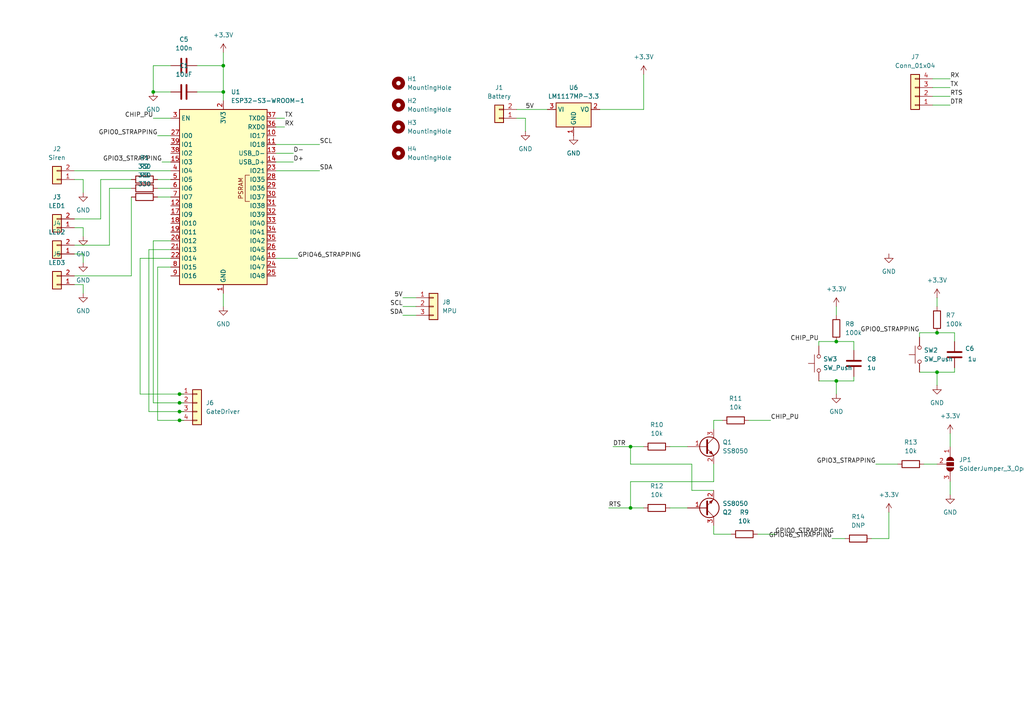
<source format=kicad_sch>
(kicad_sch
	(version 20231120)
	(generator "eeschema")
	(generator_version "8.0")
	(uuid "c0543838-bfbb-4949-a979-e7708bf93f19")
	(paper "A4")
	(lib_symbols
		(symbol "Connector_Generic:Conn_01x02"
			(pin_names
				(offset 1.016) hide)
			(exclude_from_sim no)
			(in_bom yes)
			(on_board yes)
			(property "Reference" "J"
				(at 0 2.54 0)
				(effects
					(font
						(size 1.27 1.27)
					)
				)
			)
			(property "Value" "Conn_01x02"
				(at 0 -5.08 0)
				(effects
					(font
						(size 1.27 1.27)
					)
				)
			)
			(property "Footprint" ""
				(at 0 0 0)
				(effects
					(font
						(size 1.27 1.27)
					)
					(hide yes)
				)
			)
			(property "Datasheet" "~"
				(at 0 0 0)
				(effects
					(font
						(size 1.27 1.27)
					)
					(hide yes)
				)
			)
			(property "Description" "Generic connector, single row, 01x02, script generated (kicad-library-utils/schlib/autogen/connector/)"
				(at 0 0 0)
				(effects
					(font
						(size 1.27 1.27)
					)
					(hide yes)
				)
			)
			(property "ki_keywords" "connector"
				(at 0 0 0)
				(effects
					(font
						(size 1.27 1.27)
					)
					(hide yes)
				)
			)
			(property "ki_fp_filters" "Connector*:*_1x??_*"
				(at 0 0 0)
				(effects
					(font
						(size 1.27 1.27)
					)
					(hide yes)
				)
			)
			(symbol "Conn_01x02_1_1"
				(rectangle
					(start -1.27 -2.413)
					(end 0 -2.667)
					(stroke
						(width 0.1524)
						(type default)
					)
					(fill
						(type none)
					)
				)
				(rectangle
					(start -1.27 0.127)
					(end 0 -0.127)
					(stroke
						(width 0.1524)
						(type default)
					)
					(fill
						(type none)
					)
				)
				(rectangle
					(start -1.27 1.27)
					(end 1.27 -3.81)
					(stroke
						(width 0.254)
						(type default)
					)
					(fill
						(type background)
					)
				)
				(pin passive line
					(at -5.08 0 0)
					(length 3.81)
					(name "Pin_1"
						(effects
							(font
								(size 1.27 1.27)
							)
						)
					)
					(number "1"
						(effects
							(font
								(size 1.27 1.27)
							)
						)
					)
				)
				(pin passive line
					(at -5.08 -2.54 0)
					(length 3.81)
					(name "Pin_2"
						(effects
							(font
								(size 1.27 1.27)
							)
						)
					)
					(number "2"
						(effects
							(font
								(size 1.27 1.27)
							)
						)
					)
				)
			)
		)
		(symbol "Connector_Generic:Conn_01x03"
			(pin_names
				(offset 1.016) hide)
			(exclude_from_sim no)
			(in_bom yes)
			(on_board yes)
			(property "Reference" "J"
				(at 0 5.08 0)
				(effects
					(font
						(size 1.27 1.27)
					)
				)
			)
			(property "Value" "Conn_01x03"
				(at 0 -5.08 0)
				(effects
					(font
						(size 1.27 1.27)
					)
				)
			)
			(property "Footprint" ""
				(at 0 0 0)
				(effects
					(font
						(size 1.27 1.27)
					)
					(hide yes)
				)
			)
			(property "Datasheet" "~"
				(at 0 0 0)
				(effects
					(font
						(size 1.27 1.27)
					)
					(hide yes)
				)
			)
			(property "Description" "Generic connector, single row, 01x03, script generated (kicad-library-utils/schlib/autogen/connector/)"
				(at 0 0 0)
				(effects
					(font
						(size 1.27 1.27)
					)
					(hide yes)
				)
			)
			(property "ki_keywords" "connector"
				(at 0 0 0)
				(effects
					(font
						(size 1.27 1.27)
					)
					(hide yes)
				)
			)
			(property "ki_fp_filters" "Connector*:*_1x??_*"
				(at 0 0 0)
				(effects
					(font
						(size 1.27 1.27)
					)
					(hide yes)
				)
			)
			(symbol "Conn_01x03_1_1"
				(rectangle
					(start -1.27 -2.413)
					(end 0 -2.667)
					(stroke
						(width 0.1524)
						(type default)
					)
					(fill
						(type none)
					)
				)
				(rectangle
					(start -1.27 0.127)
					(end 0 -0.127)
					(stroke
						(width 0.1524)
						(type default)
					)
					(fill
						(type none)
					)
				)
				(rectangle
					(start -1.27 2.667)
					(end 0 2.413)
					(stroke
						(width 0.1524)
						(type default)
					)
					(fill
						(type none)
					)
				)
				(rectangle
					(start -1.27 3.81)
					(end 1.27 -3.81)
					(stroke
						(width 0.254)
						(type default)
					)
					(fill
						(type background)
					)
				)
				(pin passive line
					(at -5.08 2.54 0)
					(length 3.81)
					(name "Pin_1"
						(effects
							(font
								(size 1.27 1.27)
							)
						)
					)
					(number "1"
						(effects
							(font
								(size 1.27 1.27)
							)
						)
					)
				)
				(pin passive line
					(at -5.08 0 0)
					(length 3.81)
					(name "Pin_2"
						(effects
							(font
								(size 1.27 1.27)
							)
						)
					)
					(number "2"
						(effects
							(font
								(size 1.27 1.27)
							)
						)
					)
				)
				(pin passive line
					(at -5.08 -2.54 0)
					(length 3.81)
					(name "Pin_3"
						(effects
							(font
								(size 1.27 1.27)
							)
						)
					)
					(number "3"
						(effects
							(font
								(size 1.27 1.27)
							)
						)
					)
				)
			)
		)
		(symbol "Connector_Generic:Conn_01x04"
			(pin_names
				(offset 1.016) hide)
			(exclude_from_sim no)
			(in_bom yes)
			(on_board yes)
			(property "Reference" "J"
				(at 0 5.08 0)
				(effects
					(font
						(size 1.27 1.27)
					)
				)
			)
			(property "Value" "Conn_01x04"
				(at 0 -7.62 0)
				(effects
					(font
						(size 1.27 1.27)
					)
				)
			)
			(property "Footprint" ""
				(at 0 0 0)
				(effects
					(font
						(size 1.27 1.27)
					)
					(hide yes)
				)
			)
			(property "Datasheet" "~"
				(at 0 0 0)
				(effects
					(font
						(size 1.27 1.27)
					)
					(hide yes)
				)
			)
			(property "Description" "Generic connector, single row, 01x04, script generated (kicad-library-utils/schlib/autogen/connector/)"
				(at 0 0 0)
				(effects
					(font
						(size 1.27 1.27)
					)
					(hide yes)
				)
			)
			(property "ki_keywords" "connector"
				(at 0 0 0)
				(effects
					(font
						(size 1.27 1.27)
					)
					(hide yes)
				)
			)
			(property "ki_fp_filters" "Connector*:*_1x??_*"
				(at 0 0 0)
				(effects
					(font
						(size 1.27 1.27)
					)
					(hide yes)
				)
			)
			(symbol "Conn_01x04_1_1"
				(rectangle
					(start -1.27 -4.953)
					(end 0 -5.207)
					(stroke
						(width 0.1524)
						(type default)
					)
					(fill
						(type none)
					)
				)
				(rectangle
					(start -1.27 -2.413)
					(end 0 -2.667)
					(stroke
						(width 0.1524)
						(type default)
					)
					(fill
						(type none)
					)
				)
				(rectangle
					(start -1.27 0.127)
					(end 0 -0.127)
					(stroke
						(width 0.1524)
						(type default)
					)
					(fill
						(type none)
					)
				)
				(rectangle
					(start -1.27 2.667)
					(end 0 2.413)
					(stroke
						(width 0.1524)
						(type default)
					)
					(fill
						(type none)
					)
				)
				(rectangle
					(start -1.27 3.81)
					(end 1.27 -6.35)
					(stroke
						(width 0.254)
						(type default)
					)
					(fill
						(type background)
					)
				)
				(pin passive line
					(at -5.08 2.54 0)
					(length 3.81)
					(name "Pin_1"
						(effects
							(font
								(size 1.27 1.27)
							)
						)
					)
					(number "1"
						(effects
							(font
								(size 1.27 1.27)
							)
						)
					)
				)
				(pin passive line
					(at -5.08 0 0)
					(length 3.81)
					(name "Pin_2"
						(effects
							(font
								(size 1.27 1.27)
							)
						)
					)
					(number "2"
						(effects
							(font
								(size 1.27 1.27)
							)
						)
					)
				)
				(pin passive line
					(at -5.08 -2.54 0)
					(length 3.81)
					(name "Pin_3"
						(effects
							(font
								(size 1.27 1.27)
							)
						)
					)
					(number "3"
						(effects
							(font
								(size 1.27 1.27)
							)
						)
					)
				)
				(pin passive line
					(at -5.08 -5.08 0)
					(length 3.81)
					(name "Pin_4"
						(effects
							(font
								(size 1.27 1.27)
							)
						)
					)
					(number "4"
						(effects
							(font
								(size 1.27 1.27)
							)
						)
					)
				)
			)
		)
		(symbol "Device:C"
			(pin_numbers hide)
			(pin_names
				(offset 0.254)
			)
			(exclude_from_sim no)
			(in_bom yes)
			(on_board yes)
			(property "Reference" "C"
				(at 0.635 2.54 0)
				(effects
					(font
						(size 1.27 1.27)
					)
					(justify left)
				)
			)
			(property "Value" "C"
				(at 0.635 -2.54 0)
				(effects
					(font
						(size 1.27 1.27)
					)
					(justify left)
				)
			)
			(property "Footprint" ""
				(at 0.9652 -3.81 0)
				(effects
					(font
						(size 1.27 1.27)
					)
					(hide yes)
				)
			)
			(property "Datasheet" "~"
				(at 0 0 0)
				(effects
					(font
						(size 1.27 1.27)
					)
					(hide yes)
				)
			)
			(property "Description" "Unpolarized capacitor"
				(at 0 0 0)
				(effects
					(font
						(size 1.27 1.27)
					)
					(hide yes)
				)
			)
			(property "ki_keywords" "cap capacitor"
				(at 0 0 0)
				(effects
					(font
						(size 1.27 1.27)
					)
					(hide yes)
				)
			)
			(property "ki_fp_filters" "C_*"
				(at 0 0 0)
				(effects
					(font
						(size 1.27 1.27)
					)
					(hide yes)
				)
			)
			(symbol "C_0_1"
				(polyline
					(pts
						(xy -2.032 -0.762) (xy 2.032 -0.762)
					)
					(stroke
						(width 0.508)
						(type default)
					)
					(fill
						(type none)
					)
				)
				(polyline
					(pts
						(xy -2.032 0.762) (xy 2.032 0.762)
					)
					(stroke
						(width 0.508)
						(type default)
					)
					(fill
						(type none)
					)
				)
			)
			(symbol "C_1_1"
				(pin passive line
					(at 0 3.81 270)
					(length 2.794)
					(name "~"
						(effects
							(font
								(size 1.27 1.27)
							)
						)
					)
					(number "1"
						(effects
							(font
								(size 1.27 1.27)
							)
						)
					)
				)
				(pin passive line
					(at 0 -3.81 90)
					(length 2.794)
					(name "~"
						(effects
							(font
								(size 1.27 1.27)
							)
						)
					)
					(number "2"
						(effects
							(font
								(size 1.27 1.27)
							)
						)
					)
				)
			)
		)
		(symbol "Device:R"
			(pin_numbers hide)
			(pin_names
				(offset 0)
			)
			(exclude_from_sim no)
			(in_bom yes)
			(on_board yes)
			(property "Reference" "R"
				(at 2.032 0 90)
				(effects
					(font
						(size 1.27 1.27)
					)
				)
			)
			(property "Value" "R"
				(at 0 0 90)
				(effects
					(font
						(size 1.27 1.27)
					)
				)
			)
			(property "Footprint" ""
				(at -1.778 0 90)
				(effects
					(font
						(size 1.27 1.27)
					)
					(hide yes)
				)
			)
			(property "Datasheet" "~"
				(at 0 0 0)
				(effects
					(font
						(size 1.27 1.27)
					)
					(hide yes)
				)
			)
			(property "Description" "Resistor"
				(at 0 0 0)
				(effects
					(font
						(size 1.27 1.27)
					)
					(hide yes)
				)
			)
			(property "ki_keywords" "R res resistor"
				(at 0 0 0)
				(effects
					(font
						(size 1.27 1.27)
					)
					(hide yes)
				)
			)
			(property "ki_fp_filters" "R_*"
				(at 0 0 0)
				(effects
					(font
						(size 1.27 1.27)
					)
					(hide yes)
				)
			)
			(symbol "R_0_1"
				(rectangle
					(start -1.016 -2.54)
					(end 1.016 2.54)
					(stroke
						(width 0.254)
						(type default)
					)
					(fill
						(type none)
					)
				)
			)
			(symbol "R_1_1"
				(pin passive line
					(at 0 3.81 270)
					(length 1.27)
					(name "~"
						(effects
							(font
								(size 1.27 1.27)
							)
						)
					)
					(number "1"
						(effects
							(font
								(size 1.27 1.27)
							)
						)
					)
				)
				(pin passive line
					(at 0 -3.81 90)
					(length 1.27)
					(name "~"
						(effects
							(font
								(size 1.27 1.27)
							)
						)
					)
					(number "2"
						(effects
							(font
								(size 1.27 1.27)
							)
						)
					)
				)
			)
		)
		(symbol "Jumper:SolderJumper_3_Open"
			(pin_names
				(offset 0) hide)
			(exclude_from_sim yes)
			(in_bom no)
			(on_board yes)
			(property "Reference" "JP"
				(at -2.54 -2.54 0)
				(effects
					(font
						(size 1.27 1.27)
					)
				)
			)
			(property "Value" "SolderJumper_3_Open"
				(at 0 2.794 0)
				(effects
					(font
						(size 1.27 1.27)
					)
				)
			)
			(property "Footprint" ""
				(at 0 0 0)
				(effects
					(font
						(size 1.27 1.27)
					)
					(hide yes)
				)
			)
			(property "Datasheet" "~"
				(at 0 0 0)
				(effects
					(font
						(size 1.27 1.27)
					)
					(hide yes)
				)
			)
			(property "Description" "Solder Jumper, 3-pole, open"
				(at 0 0 0)
				(effects
					(font
						(size 1.27 1.27)
					)
					(hide yes)
				)
			)
			(property "ki_keywords" "Solder Jumper SPDT"
				(at 0 0 0)
				(effects
					(font
						(size 1.27 1.27)
					)
					(hide yes)
				)
			)
			(property "ki_fp_filters" "SolderJumper*Open*"
				(at 0 0 0)
				(effects
					(font
						(size 1.27 1.27)
					)
					(hide yes)
				)
			)
			(symbol "SolderJumper_3_Open_0_1"
				(arc
					(start -1.016 1.016)
					(mid -2.0276 0)
					(end -1.016 -1.016)
					(stroke
						(width 0)
						(type default)
					)
					(fill
						(type none)
					)
				)
				(arc
					(start -1.016 1.016)
					(mid -2.0276 0)
					(end -1.016 -1.016)
					(stroke
						(width 0)
						(type default)
					)
					(fill
						(type outline)
					)
				)
				(rectangle
					(start -0.508 1.016)
					(end 0.508 -1.016)
					(stroke
						(width 0)
						(type default)
					)
					(fill
						(type outline)
					)
				)
				(polyline
					(pts
						(xy -2.54 0) (xy -2.032 0)
					)
					(stroke
						(width 0)
						(type default)
					)
					(fill
						(type none)
					)
				)
				(polyline
					(pts
						(xy -1.016 1.016) (xy -1.016 -1.016)
					)
					(stroke
						(width 0)
						(type default)
					)
					(fill
						(type none)
					)
				)
				(polyline
					(pts
						(xy 0 -1.27) (xy 0 -1.016)
					)
					(stroke
						(width 0)
						(type default)
					)
					(fill
						(type none)
					)
				)
				(polyline
					(pts
						(xy 1.016 1.016) (xy 1.016 -1.016)
					)
					(stroke
						(width 0)
						(type default)
					)
					(fill
						(type none)
					)
				)
				(polyline
					(pts
						(xy 2.54 0) (xy 2.032 0)
					)
					(stroke
						(width 0)
						(type default)
					)
					(fill
						(type none)
					)
				)
				(arc
					(start 1.016 -1.016)
					(mid 2.0276 0)
					(end 1.016 1.016)
					(stroke
						(width 0)
						(type default)
					)
					(fill
						(type none)
					)
				)
				(arc
					(start 1.016 -1.016)
					(mid 2.0276 0)
					(end 1.016 1.016)
					(stroke
						(width 0)
						(type default)
					)
					(fill
						(type outline)
					)
				)
			)
			(symbol "SolderJumper_3_Open_1_1"
				(pin passive line
					(at -5.08 0 0)
					(length 2.54)
					(name "A"
						(effects
							(font
								(size 1.27 1.27)
							)
						)
					)
					(number "1"
						(effects
							(font
								(size 1.27 1.27)
							)
						)
					)
				)
				(pin passive line
					(at 0 -3.81 90)
					(length 2.54)
					(name "C"
						(effects
							(font
								(size 1.27 1.27)
							)
						)
					)
					(number "2"
						(effects
							(font
								(size 1.27 1.27)
							)
						)
					)
				)
				(pin passive line
					(at 5.08 0 180)
					(length 2.54)
					(name "B"
						(effects
							(font
								(size 1.27 1.27)
							)
						)
					)
					(number "3"
						(effects
							(font
								(size 1.27 1.27)
							)
						)
					)
				)
			)
		)
		(symbol "Mechanical:MountingHole"
			(pin_names
				(offset 1.016)
			)
			(exclude_from_sim yes)
			(in_bom no)
			(on_board yes)
			(property "Reference" "H"
				(at 0 5.08 0)
				(effects
					(font
						(size 1.27 1.27)
					)
				)
			)
			(property "Value" "MountingHole"
				(at 0 3.175 0)
				(effects
					(font
						(size 1.27 1.27)
					)
				)
			)
			(property "Footprint" ""
				(at 0 0 0)
				(effects
					(font
						(size 1.27 1.27)
					)
					(hide yes)
				)
			)
			(property "Datasheet" "~"
				(at 0 0 0)
				(effects
					(font
						(size 1.27 1.27)
					)
					(hide yes)
				)
			)
			(property "Description" "Mounting Hole without connection"
				(at 0 0 0)
				(effects
					(font
						(size 1.27 1.27)
					)
					(hide yes)
				)
			)
			(property "ki_keywords" "mounting hole"
				(at 0 0 0)
				(effects
					(font
						(size 1.27 1.27)
					)
					(hide yes)
				)
			)
			(property "ki_fp_filters" "MountingHole*"
				(at 0 0 0)
				(effects
					(font
						(size 1.27 1.27)
					)
					(hide yes)
				)
			)
			(symbol "MountingHole_0_1"
				(circle
					(center 0 0)
					(radius 1.27)
					(stroke
						(width 1.27)
						(type default)
					)
					(fill
						(type none)
					)
				)
			)
		)
		(symbol "RF_Module:ESP32-S3-WROOM-1"
			(exclude_from_sim no)
			(in_bom yes)
			(on_board yes)
			(property "Reference" "U"
				(at -12.7 26.67 0)
				(effects
					(font
						(size 1.27 1.27)
					)
				)
			)
			(property "Value" "ESP32-S3-WROOM-1"
				(at 12.7 26.67 0)
				(effects
					(font
						(size 1.27 1.27)
					)
				)
			)
			(property "Footprint" "RF_Module:ESP32-S3-WROOM-1"
				(at 0 2.54 0)
				(effects
					(font
						(size 1.27 1.27)
					)
					(hide yes)
				)
			)
			(property "Datasheet" "https://www.espressif.com/sites/default/files/documentation/esp32-s3-wroom-1_wroom-1u_datasheet_en.pdf"
				(at 0 0 0)
				(effects
					(font
						(size 1.27 1.27)
					)
					(hide yes)
				)
			)
			(property "Description" "RF Module, ESP32-S3 SoC, Wi-Fi 802.11b/g/n, Bluetooth, BLE, 32-bit, 3.3V, onboard antenna, SMD"
				(at 0 0 0)
				(effects
					(font
						(size 1.27 1.27)
					)
					(hide yes)
				)
			)
			(property "ki_keywords" "RF Radio BT ESP ESP32-S3 Espressif onboard PCB antenna"
				(at 0 0 0)
				(effects
					(font
						(size 1.27 1.27)
					)
					(hide yes)
				)
			)
			(property "ki_fp_filters" "ESP32?S3?WROOM?1*"
				(at 0 0 0)
				(effects
					(font
						(size 1.27 1.27)
					)
					(hide yes)
				)
			)
			(symbol "ESP32-S3-WROOM-1_0_0"
				(rectangle
					(start -12.7 25.4)
					(end 12.7 -25.4)
					(stroke
						(width 0.254)
						(type default)
					)
					(fill
						(type background)
					)
				)
				(text "PSRAM"
					(at 5.08 2.54 900)
					(effects
						(font
							(size 1.27 1.27)
						)
					)
				)
			)
			(symbol "ESP32-S3-WROOM-1_0_1"
				(polyline
					(pts
						(xy 7.62 -1.27) (xy 6.35 -1.27) (xy 6.35 6.35) (xy 7.62 6.35)
					)
					(stroke
						(width 0)
						(type default)
					)
					(fill
						(type none)
					)
				)
			)
			(symbol "ESP32-S3-WROOM-1_1_1"
				(pin power_in line
					(at 0 -27.94 90)
					(length 2.54)
					(name "GND"
						(effects
							(font
								(size 1.27 1.27)
							)
						)
					)
					(number "1"
						(effects
							(font
								(size 1.27 1.27)
							)
						)
					)
				)
				(pin bidirectional line
					(at 15.24 17.78 180)
					(length 2.54)
					(name "IO17"
						(effects
							(font
								(size 1.27 1.27)
							)
						)
					)
					(number "10"
						(effects
							(font
								(size 1.27 1.27)
							)
						)
					)
				)
				(pin bidirectional line
					(at 15.24 15.24 180)
					(length 2.54)
					(name "IO18"
						(effects
							(font
								(size 1.27 1.27)
							)
						)
					)
					(number "11"
						(effects
							(font
								(size 1.27 1.27)
							)
						)
					)
				)
				(pin bidirectional line
					(at -15.24 -2.54 0)
					(length 2.54)
					(name "IO8"
						(effects
							(font
								(size 1.27 1.27)
							)
						)
					)
					(number "12"
						(effects
							(font
								(size 1.27 1.27)
							)
						)
					)
				)
				(pin bidirectional line
					(at 15.24 12.7 180)
					(length 2.54)
					(name "USB_D-"
						(effects
							(font
								(size 1.27 1.27)
							)
						)
					)
					(number "13"
						(effects
							(font
								(size 1.27 1.27)
							)
						)
					)
					(alternate "IO19" bidirectional line)
				)
				(pin bidirectional line
					(at 15.24 10.16 180)
					(length 2.54)
					(name "USB_D+"
						(effects
							(font
								(size 1.27 1.27)
							)
						)
					)
					(number "14"
						(effects
							(font
								(size 1.27 1.27)
							)
						)
					)
					(alternate "IO20" bidirectional line)
				)
				(pin bidirectional line
					(at -15.24 10.16 0)
					(length 2.54)
					(name "IO3"
						(effects
							(font
								(size 1.27 1.27)
							)
						)
					)
					(number "15"
						(effects
							(font
								(size 1.27 1.27)
							)
						)
					)
				)
				(pin bidirectional line
					(at 15.24 -17.78 180)
					(length 2.54)
					(name "IO46"
						(effects
							(font
								(size 1.27 1.27)
							)
						)
					)
					(number "16"
						(effects
							(font
								(size 1.27 1.27)
							)
						)
					)
				)
				(pin bidirectional line
					(at -15.24 -5.08 0)
					(length 2.54)
					(name "IO9"
						(effects
							(font
								(size 1.27 1.27)
							)
						)
					)
					(number "17"
						(effects
							(font
								(size 1.27 1.27)
							)
						)
					)
				)
				(pin bidirectional line
					(at -15.24 -7.62 0)
					(length 2.54)
					(name "IO10"
						(effects
							(font
								(size 1.27 1.27)
							)
						)
					)
					(number "18"
						(effects
							(font
								(size 1.27 1.27)
							)
						)
					)
				)
				(pin bidirectional line
					(at -15.24 -10.16 0)
					(length 2.54)
					(name "IO11"
						(effects
							(font
								(size 1.27 1.27)
							)
						)
					)
					(number "19"
						(effects
							(font
								(size 1.27 1.27)
							)
						)
					)
				)
				(pin power_in line
					(at 0 27.94 270)
					(length 2.54)
					(name "3V3"
						(effects
							(font
								(size 1.27 1.27)
							)
						)
					)
					(number "2"
						(effects
							(font
								(size 1.27 1.27)
							)
						)
					)
				)
				(pin bidirectional line
					(at -15.24 -12.7 0)
					(length 2.54)
					(name "IO12"
						(effects
							(font
								(size 1.27 1.27)
							)
						)
					)
					(number "20"
						(effects
							(font
								(size 1.27 1.27)
							)
						)
					)
				)
				(pin bidirectional line
					(at -15.24 -15.24 0)
					(length 2.54)
					(name "IO13"
						(effects
							(font
								(size 1.27 1.27)
							)
						)
					)
					(number "21"
						(effects
							(font
								(size 1.27 1.27)
							)
						)
					)
				)
				(pin bidirectional line
					(at -15.24 -17.78 0)
					(length 2.54)
					(name "IO14"
						(effects
							(font
								(size 1.27 1.27)
							)
						)
					)
					(number "22"
						(effects
							(font
								(size 1.27 1.27)
							)
						)
					)
				)
				(pin bidirectional line
					(at 15.24 7.62 180)
					(length 2.54)
					(name "IO21"
						(effects
							(font
								(size 1.27 1.27)
							)
						)
					)
					(number "23"
						(effects
							(font
								(size 1.27 1.27)
							)
						)
					)
				)
				(pin bidirectional line
					(at 15.24 -20.32 180)
					(length 2.54)
					(name "IO47"
						(effects
							(font
								(size 1.27 1.27)
							)
						)
					)
					(number "24"
						(effects
							(font
								(size 1.27 1.27)
							)
						)
					)
				)
				(pin bidirectional line
					(at 15.24 -22.86 180)
					(length 2.54)
					(name "IO48"
						(effects
							(font
								(size 1.27 1.27)
							)
						)
					)
					(number "25"
						(effects
							(font
								(size 1.27 1.27)
							)
						)
					)
				)
				(pin bidirectional line
					(at 15.24 -15.24 180)
					(length 2.54)
					(name "IO45"
						(effects
							(font
								(size 1.27 1.27)
							)
						)
					)
					(number "26"
						(effects
							(font
								(size 1.27 1.27)
							)
						)
					)
				)
				(pin bidirectional line
					(at -15.24 17.78 0)
					(length 2.54)
					(name "IO0"
						(effects
							(font
								(size 1.27 1.27)
							)
						)
					)
					(number "27"
						(effects
							(font
								(size 1.27 1.27)
							)
						)
					)
				)
				(pin bidirectional line
					(at 15.24 5.08 180)
					(length 2.54)
					(name "IO35"
						(effects
							(font
								(size 1.27 1.27)
							)
						)
					)
					(number "28"
						(effects
							(font
								(size 1.27 1.27)
							)
						)
					)
				)
				(pin bidirectional line
					(at 15.24 2.54 180)
					(length 2.54)
					(name "IO36"
						(effects
							(font
								(size 1.27 1.27)
							)
						)
					)
					(number "29"
						(effects
							(font
								(size 1.27 1.27)
							)
						)
					)
				)
				(pin input line
					(at -15.24 22.86 0)
					(length 2.54)
					(name "EN"
						(effects
							(font
								(size 1.27 1.27)
							)
						)
					)
					(number "3"
						(effects
							(font
								(size 1.27 1.27)
							)
						)
					)
				)
				(pin bidirectional line
					(at 15.24 0 180)
					(length 2.54)
					(name "IO37"
						(effects
							(font
								(size 1.27 1.27)
							)
						)
					)
					(number "30"
						(effects
							(font
								(size 1.27 1.27)
							)
						)
					)
				)
				(pin bidirectional line
					(at 15.24 -2.54 180)
					(length 2.54)
					(name "IO38"
						(effects
							(font
								(size 1.27 1.27)
							)
						)
					)
					(number "31"
						(effects
							(font
								(size 1.27 1.27)
							)
						)
					)
				)
				(pin bidirectional line
					(at 15.24 -5.08 180)
					(length 2.54)
					(name "IO39"
						(effects
							(font
								(size 1.27 1.27)
							)
						)
					)
					(number "32"
						(effects
							(font
								(size 1.27 1.27)
							)
						)
					)
				)
				(pin bidirectional line
					(at 15.24 -7.62 180)
					(length 2.54)
					(name "IO40"
						(effects
							(font
								(size 1.27 1.27)
							)
						)
					)
					(number "33"
						(effects
							(font
								(size 1.27 1.27)
							)
						)
					)
				)
				(pin bidirectional line
					(at 15.24 -10.16 180)
					(length 2.54)
					(name "IO41"
						(effects
							(font
								(size 1.27 1.27)
							)
						)
					)
					(number "34"
						(effects
							(font
								(size 1.27 1.27)
							)
						)
					)
				)
				(pin bidirectional line
					(at 15.24 -12.7 180)
					(length 2.54)
					(name "IO42"
						(effects
							(font
								(size 1.27 1.27)
							)
						)
					)
					(number "35"
						(effects
							(font
								(size 1.27 1.27)
							)
						)
					)
				)
				(pin bidirectional line
					(at 15.24 20.32 180)
					(length 2.54)
					(name "RXD0"
						(effects
							(font
								(size 1.27 1.27)
							)
						)
					)
					(number "36"
						(effects
							(font
								(size 1.27 1.27)
							)
						)
					)
				)
				(pin bidirectional line
					(at 15.24 22.86 180)
					(length 2.54)
					(name "TXD0"
						(effects
							(font
								(size 1.27 1.27)
							)
						)
					)
					(number "37"
						(effects
							(font
								(size 1.27 1.27)
							)
						)
					)
				)
				(pin bidirectional line
					(at -15.24 12.7 0)
					(length 2.54)
					(name "IO2"
						(effects
							(font
								(size 1.27 1.27)
							)
						)
					)
					(number "38"
						(effects
							(font
								(size 1.27 1.27)
							)
						)
					)
				)
				(pin bidirectional line
					(at -15.24 15.24 0)
					(length 2.54)
					(name "IO1"
						(effects
							(font
								(size 1.27 1.27)
							)
						)
					)
					(number "39"
						(effects
							(font
								(size 1.27 1.27)
							)
						)
					)
				)
				(pin bidirectional line
					(at -15.24 7.62 0)
					(length 2.54)
					(name "IO4"
						(effects
							(font
								(size 1.27 1.27)
							)
						)
					)
					(number "4"
						(effects
							(font
								(size 1.27 1.27)
							)
						)
					)
				)
				(pin passive line
					(at 0 -27.94 90)
					(length 2.54) hide
					(name "GND"
						(effects
							(font
								(size 1.27 1.27)
							)
						)
					)
					(number "40"
						(effects
							(font
								(size 1.27 1.27)
							)
						)
					)
				)
				(pin passive line
					(at 0 -27.94 90)
					(length 2.54) hide
					(name "GND"
						(effects
							(font
								(size 1.27 1.27)
							)
						)
					)
					(number "41"
						(effects
							(font
								(size 1.27 1.27)
							)
						)
					)
				)
				(pin bidirectional line
					(at -15.24 5.08 0)
					(length 2.54)
					(name "IO5"
						(effects
							(font
								(size 1.27 1.27)
							)
						)
					)
					(number "5"
						(effects
							(font
								(size 1.27 1.27)
							)
						)
					)
				)
				(pin bidirectional line
					(at -15.24 2.54 0)
					(length 2.54)
					(name "IO6"
						(effects
							(font
								(size 1.27 1.27)
							)
						)
					)
					(number "6"
						(effects
							(font
								(size 1.27 1.27)
							)
						)
					)
				)
				(pin bidirectional line
					(at -15.24 0 0)
					(length 2.54)
					(name "IO7"
						(effects
							(font
								(size 1.27 1.27)
							)
						)
					)
					(number "7"
						(effects
							(font
								(size 1.27 1.27)
							)
						)
					)
				)
				(pin bidirectional line
					(at -15.24 -20.32 0)
					(length 2.54)
					(name "IO15"
						(effects
							(font
								(size 1.27 1.27)
							)
						)
					)
					(number "8"
						(effects
							(font
								(size 1.27 1.27)
							)
						)
					)
				)
				(pin bidirectional line
					(at -15.24 -22.86 0)
					(length 2.54)
					(name "IO16"
						(effects
							(font
								(size 1.27 1.27)
							)
						)
					)
					(number "9"
						(effects
							(font
								(size 1.27 1.27)
							)
						)
					)
				)
			)
		)
		(symbol "Regulator_Linear:LM1117MP-3.3"
			(exclude_from_sim no)
			(in_bom yes)
			(on_board yes)
			(property "Reference" "U"
				(at -3.81 3.175 0)
				(effects
					(font
						(size 1.27 1.27)
					)
				)
			)
			(property "Value" "LM1117MP-3.3"
				(at 0 3.175 0)
				(effects
					(font
						(size 1.27 1.27)
					)
					(justify left)
				)
			)
			(property "Footprint" "Package_TO_SOT_SMD:SOT-223-3_TabPin2"
				(at 0 0 0)
				(effects
					(font
						(size 1.27 1.27)
					)
					(hide yes)
				)
			)
			(property "Datasheet" "http://www.ti.com/lit/ds/symlink/lm1117.pdf"
				(at 0 0 0)
				(effects
					(font
						(size 1.27 1.27)
					)
					(hide yes)
				)
			)
			(property "Description" "800mA Low-Dropout Linear Regulator, 3.3V fixed output, SOT-223"
				(at 0 0 0)
				(effects
					(font
						(size 1.27 1.27)
					)
					(hide yes)
				)
			)
			(property "ki_keywords" "linear regulator ldo fixed positive"
				(at 0 0 0)
				(effects
					(font
						(size 1.27 1.27)
					)
					(hide yes)
				)
			)
			(property "ki_fp_filters" "SOT?223*"
				(at 0 0 0)
				(effects
					(font
						(size 1.27 1.27)
					)
					(hide yes)
				)
			)
			(symbol "LM1117MP-3.3_0_1"
				(rectangle
					(start -5.08 -5.08)
					(end 5.08 1.905)
					(stroke
						(width 0.254)
						(type default)
					)
					(fill
						(type background)
					)
				)
			)
			(symbol "LM1117MP-3.3_1_1"
				(pin power_in line
					(at 0 -7.62 90)
					(length 2.54)
					(name "GND"
						(effects
							(font
								(size 1.27 1.27)
							)
						)
					)
					(number "1"
						(effects
							(font
								(size 1.27 1.27)
							)
						)
					)
				)
				(pin power_out line
					(at 7.62 0 180)
					(length 2.54)
					(name "VO"
						(effects
							(font
								(size 1.27 1.27)
							)
						)
					)
					(number "2"
						(effects
							(font
								(size 1.27 1.27)
							)
						)
					)
				)
				(pin power_in line
					(at -7.62 0 0)
					(length 2.54)
					(name "VI"
						(effects
							(font
								(size 1.27 1.27)
							)
						)
					)
					(number "3"
						(effects
							(font
								(size 1.27 1.27)
							)
						)
					)
				)
			)
		)
		(symbol "Switch:SW_Push"
			(pin_numbers hide)
			(pin_names
				(offset 1.016) hide)
			(exclude_from_sim no)
			(in_bom yes)
			(on_board yes)
			(property "Reference" "SW"
				(at 1.27 2.54 0)
				(effects
					(font
						(size 1.27 1.27)
					)
					(justify left)
				)
			)
			(property "Value" "SW_Push"
				(at 0 -1.524 0)
				(effects
					(font
						(size 1.27 1.27)
					)
				)
			)
			(property "Footprint" ""
				(at 0 5.08 0)
				(effects
					(font
						(size 1.27 1.27)
					)
					(hide yes)
				)
			)
			(property "Datasheet" "~"
				(at 0 5.08 0)
				(effects
					(font
						(size 1.27 1.27)
					)
					(hide yes)
				)
			)
			(property "Description" "Push button switch, generic, two pins"
				(at 0 0 0)
				(effects
					(font
						(size 1.27 1.27)
					)
					(hide yes)
				)
			)
			(property "ki_keywords" "switch normally-open pushbutton push-button"
				(at 0 0 0)
				(effects
					(font
						(size 1.27 1.27)
					)
					(hide yes)
				)
			)
			(symbol "SW_Push_0_1"
				(circle
					(center -2.032 0)
					(radius 0.508)
					(stroke
						(width 0)
						(type default)
					)
					(fill
						(type none)
					)
				)
				(polyline
					(pts
						(xy 0 1.27) (xy 0 3.048)
					)
					(stroke
						(width 0)
						(type default)
					)
					(fill
						(type none)
					)
				)
				(polyline
					(pts
						(xy 2.54 1.27) (xy -2.54 1.27)
					)
					(stroke
						(width 0)
						(type default)
					)
					(fill
						(type none)
					)
				)
				(circle
					(center 2.032 0)
					(radius 0.508)
					(stroke
						(width 0)
						(type default)
					)
					(fill
						(type none)
					)
				)
				(pin passive line
					(at -5.08 0 0)
					(length 2.54)
					(name "1"
						(effects
							(font
								(size 1.27 1.27)
							)
						)
					)
					(number "1"
						(effects
							(font
								(size 1.27 1.27)
							)
						)
					)
				)
				(pin passive line
					(at 5.08 0 180)
					(length 2.54)
					(name "2"
						(effects
							(font
								(size 1.27 1.27)
							)
						)
					)
					(number "2"
						(effects
							(font
								(size 1.27 1.27)
							)
						)
					)
				)
			)
		)
		(symbol "Transistor_BJT:SS8050"
			(pin_names
				(offset 0) hide)
			(exclude_from_sim no)
			(in_bom yes)
			(on_board yes)
			(property "Reference" "Q"
				(at 5.08 1.905 0)
				(effects
					(font
						(size 1.27 1.27)
					)
					(justify left)
				)
			)
			(property "Value" "SS8050"
				(at 5.08 0 0)
				(effects
					(font
						(size 1.27 1.27)
					)
					(justify left)
				)
			)
			(property "Footprint" "Package_TO_SOT_SMD:SOT-23"
				(at 5.08 -7.366 0)
				(effects
					(font
						(size 1.27 1.27)
						(italic yes)
					)
					(justify left)
					(hide yes)
				)
			)
			(property "Datasheet" "http://www.secosgmbh.com/datasheet/products/SSMPTransistor/SOT-23/SS8050.pdf"
				(at 5.08 -4.826 0)
				(effects
					(font
						(size 1.27 1.27)
					)
					(justify left)
					(hide yes)
				)
			)
			(property "Description" "General Purpose NPN Transistor, 1.5A Ic, 25V Vce, SOT-23"
				(at 34.036 -2.286 0)
				(effects
					(font
						(size 1.27 1.27)
					)
					(hide yes)
				)
			)
			(property "ki_keywords" "SS8050 NPN Transistor"
				(at 0 0 0)
				(effects
					(font
						(size 1.27 1.27)
					)
					(hide yes)
				)
			)
			(property "ki_fp_filters" "SOT?23*"
				(at 0 0 0)
				(effects
					(font
						(size 1.27 1.27)
					)
					(hide yes)
				)
			)
			(symbol "SS8050_0_1"
				(polyline
					(pts
						(xy 0.635 0.635) (xy 2.54 2.54)
					)
					(stroke
						(width 0)
						(type default)
					)
					(fill
						(type none)
					)
				)
				(polyline
					(pts
						(xy 0.635 -0.635) (xy 2.54 -2.54) (xy 2.54 -2.54)
					)
					(stroke
						(width 0)
						(type default)
					)
					(fill
						(type none)
					)
				)
				(polyline
					(pts
						(xy 0.635 1.905) (xy 0.635 -1.905) (xy 0.635 -1.905)
					)
					(stroke
						(width 0.508)
						(type default)
					)
					(fill
						(type none)
					)
				)
				(polyline
					(pts
						(xy 1.27 -1.778) (xy 1.778 -1.27) (xy 2.286 -2.286) (xy 1.27 -1.778) (xy 1.27 -1.778)
					)
					(stroke
						(width 0)
						(type default)
					)
					(fill
						(type outline)
					)
				)
				(circle
					(center 1.27 0)
					(radius 2.8194)
					(stroke
						(width 0.254)
						(type default)
					)
					(fill
						(type none)
					)
				)
			)
			(symbol "SS8050_1_1"
				(pin input line
					(at -5.08 0 0)
					(length 5.715)
					(name "B"
						(effects
							(font
								(size 1.27 1.27)
							)
						)
					)
					(number "1"
						(effects
							(font
								(size 1.27 1.27)
							)
						)
					)
				)
				(pin passive line
					(at 2.54 -5.08 90)
					(length 2.54)
					(name "E"
						(effects
							(font
								(size 1.27 1.27)
							)
						)
					)
					(number "2"
						(effects
							(font
								(size 1.27 1.27)
							)
						)
					)
				)
				(pin passive line
					(at 2.54 5.08 270)
					(length 2.54)
					(name "C"
						(effects
							(font
								(size 1.27 1.27)
							)
						)
					)
					(number "3"
						(effects
							(font
								(size 1.27 1.27)
							)
						)
					)
				)
			)
		)
		(symbol "power:+3.3V"
			(power)
			(pin_numbers hide)
			(pin_names
				(offset 0) hide)
			(exclude_from_sim no)
			(in_bom yes)
			(on_board yes)
			(property "Reference" "#PWR"
				(at 0 -3.81 0)
				(effects
					(font
						(size 1.27 1.27)
					)
					(hide yes)
				)
			)
			(property "Value" "+3.3V"
				(at 0 3.556 0)
				(effects
					(font
						(size 1.27 1.27)
					)
				)
			)
			(property "Footprint" ""
				(at 0 0 0)
				(effects
					(font
						(size 1.27 1.27)
					)
					(hide yes)
				)
			)
			(property "Datasheet" ""
				(at 0 0 0)
				(effects
					(font
						(size 1.27 1.27)
					)
					(hide yes)
				)
			)
			(property "Description" "Power symbol creates a global label with name \"+3.3V\""
				(at 0 0 0)
				(effects
					(font
						(size 1.27 1.27)
					)
					(hide yes)
				)
			)
			(property "ki_keywords" "global power"
				(at 0 0 0)
				(effects
					(font
						(size 1.27 1.27)
					)
					(hide yes)
				)
			)
			(symbol "+3.3V_0_1"
				(polyline
					(pts
						(xy -0.762 1.27) (xy 0 2.54)
					)
					(stroke
						(width 0)
						(type default)
					)
					(fill
						(type none)
					)
				)
				(polyline
					(pts
						(xy 0 0) (xy 0 2.54)
					)
					(stroke
						(width 0)
						(type default)
					)
					(fill
						(type none)
					)
				)
				(polyline
					(pts
						(xy 0 2.54) (xy 0.762 1.27)
					)
					(stroke
						(width 0)
						(type default)
					)
					(fill
						(type none)
					)
				)
			)
			(symbol "+3.3V_1_1"
				(pin power_in line
					(at 0 0 90)
					(length 0)
					(name "~"
						(effects
							(font
								(size 1.27 1.27)
							)
						)
					)
					(number "1"
						(effects
							(font
								(size 1.27 1.27)
							)
						)
					)
				)
			)
		)
		(symbol "power:GND"
			(power)
			(pin_numbers hide)
			(pin_names
				(offset 0) hide)
			(exclude_from_sim no)
			(in_bom yes)
			(on_board yes)
			(property "Reference" "#PWR"
				(at 0 -6.35 0)
				(effects
					(font
						(size 1.27 1.27)
					)
					(hide yes)
				)
			)
			(property "Value" "GND"
				(at 0 -3.81 0)
				(effects
					(font
						(size 1.27 1.27)
					)
				)
			)
			(property "Footprint" ""
				(at 0 0 0)
				(effects
					(font
						(size 1.27 1.27)
					)
					(hide yes)
				)
			)
			(property "Datasheet" ""
				(at 0 0 0)
				(effects
					(font
						(size 1.27 1.27)
					)
					(hide yes)
				)
			)
			(property "Description" "Power symbol creates a global label with name \"GND\" , ground"
				(at 0 0 0)
				(effects
					(font
						(size 1.27 1.27)
					)
					(hide yes)
				)
			)
			(property "ki_keywords" "global power"
				(at 0 0 0)
				(effects
					(font
						(size 1.27 1.27)
					)
					(hide yes)
				)
			)
			(symbol "GND_0_1"
				(polyline
					(pts
						(xy 0 0) (xy 0 -1.27) (xy 1.27 -1.27) (xy 0 -2.54) (xy -1.27 -1.27) (xy 0 -1.27)
					)
					(stroke
						(width 0)
						(type default)
					)
					(fill
						(type none)
					)
				)
			)
			(symbol "GND_1_1"
				(pin power_in line
					(at 0 0 270)
					(length 0)
					(name "~"
						(effects
							(font
								(size 1.27 1.27)
							)
						)
					)
					(number "1"
						(effects
							(font
								(size 1.27 1.27)
							)
						)
					)
				)
			)
		)
	)
	(junction
		(at 182.88 147.32)
		(diameter 0)
		(color 0 0 0 0)
		(uuid "1c336b87-6b11-4812-add5-f721a859b170")
	)
	(junction
		(at 242.57 110.49)
		(diameter 0)
		(color 0 0 0 0)
		(uuid "3166bfd2-efa3-4f85-bc7b-54ddfe1aa98e")
	)
	(junction
		(at 52.07 116.84)
		(diameter 0)
		(color 0 0 0 0)
		(uuid "37e2e438-bdf6-4f45-b52c-033452e38618")
	)
	(junction
		(at 52.07 119.38)
		(diameter 0)
		(color 0 0 0 0)
		(uuid "49657a61-02e1-4dc2-ab7c-b855c7b25978")
	)
	(junction
		(at 52.07 121.92)
		(diameter 0)
		(color 0 0 0 0)
		(uuid "4fc44e65-e452-43f8-a520-f1e23d210cd3")
	)
	(junction
		(at 271.78 96.52)
		(diameter 0)
		(color 0 0 0 0)
		(uuid "51d24687-7ff9-4d35-bb40-2471ff815ac4")
	)
	(junction
		(at 242.57 99.06)
		(diameter 0)
		(color 0 0 0 0)
		(uuid "5d170a57-379d-456b-9fe5-0897eafa1c71")
	)
	(junction
		(at 52.07 114.3)
		(diameter 0)
		(color 0 0 0 0)
		(uuid "6188fc10-d25b-45cd-96c5-4d6698fac018")
	)
	(junction
		(at 271.78 107.95)
		(diameter 0)
		(color 0 0 0 0)
		(uuid "881ff624-f6b8-4927-b23d-19f823817650")
	)
	(junction
		(at 64.77 19.05)
		(diameter 0)
		(color 0 0 0 0)
		(uuid "9be1eec2-9cf6-48f5-9d06-089479e90d25")
	)
	(junction
		(at 44.45 26.67)
		(diameter 0)
		(color 0 0 0 0)
		(uuid "9fda8a0e-02e5-41e7-a196-d7ee2a47c9ea")
	)
	(junction
		(at 182.88 129.54)
		(diameter 0)
		(color 0 0 0 0)
		(uuid "c499bf7c-b83a-4515-9afc-5792424ea589")
	)
	(junction
		(at 64.77 26.67)
		(diameter 0)
		(color 0 0 0 0)
		(uuid "ea07cbae-0c55-4457-8694-10543721eee3")
	)
	(wire
		(pts
			(xy 45.72 52.07) (xy 49.53 52.07)
		)
		(stroke
			(width 0)
			(type default)
		)
		(uuid "01f796d0-37dc-4df9-979f-753942b5b40f")
	)
	(wire
		(pts
			(xy 24.13 66.04) (xy 24.13 68.58)
		)
		(stroke
			(width 0)
			(type default)
		)
		(uuid "07ac52cb-c3e4-4061-b73d-649576fbb05b")
	)
	(wire
		(pts
			(xy 276.86 106.68) (xy 276.86 107.95)
		)
		(stroke
			(width 0)
			(type default)
		)
		(uuid "082d500c-89ed-43a7-ae25-81aba1c95487")
	)
	(wire
		(pts
			(xy 242.57 110.49) (xy 242.57 114.3)
		)
		(stroke
			(width 0)
			(type default)
		)
		(uuid "088092cc-6d3e-417c-a5ce-6cb8535aadd9")
	)
	(wire
		(pts
			(xy 21.59 66.04) (xy 24.13 66.04)
		)
		(stroke
			(width 0)
			(type default)
		)
		(uuid "0c016a2e-6cdf-461f-95e8-0be6d0b21c08")
	)
	(wire
		(pts
			(xy 247.65 109.22) (xy 247.65 110.49)
		)
		(stroke
			(width 0)
			(type default)
		)
		(uuid "0c7fc90f-c845-463f-87aa-b70e5fa64cfb")
	)
	(wire
		(pts
			(xy 182.88 129.54) (xy 186.69 129.54)
		)
		(stroke
			(width 0)
			(type default)
		)
		(uuid "0f519adb-99b3-4755-bfff-0c71e0d49f5a")
	)
	(wire
		(pts
			(xy 270.51 22.86) (xy 275.59 22.86)
		)
		(stroke
			(width 0)
			(type default)
		)
		(uuid "11313e01-9bd5-4700-a97d-346691536b77")
	)
	(wire
		(pts
			(xy 182.88 147.32) (xy 186.69 147.32)
		)
		(stroke
			(width 0)
			(type default)
		)
		(uuid "12b3b746-14d8-417c-a049-c23b1ee4d180")
	)
	(wire
		(pts
			(xy 38.1 57.15) (xy 38.1 80.01)
		)
		(stroke
			(width 0)
			(type default)
		)
		(uuid "142ef99a-6d57-456b-af70-7c0ee3518949")
	)
	(wire
		(pts
			(xy 271.78 107.95) (xy 271.78 111.76)
		)
		(stroke
			(width 0)
			(type default)
		)
		(uuid "17c6615a-34ea-476b-b4be-9662d7af249b")
	)
	(wire
		(pts
			(xy 241.3 156.21) (xy 245.11 156.21)
		)
		(stroke
			(width 0)
			(type default)
		)
		(uuid "1be4c461-6eb4-4b3c-bb7a-b8771d7a45f7")
	)
	(wire
		(pts
			(xy 182.88 139.7) (xy 182.88 147.32)
		)
		(stroke
			(width 0)
			(type default)
		)
		(uuid "1f8e7d00-9a2a-4c97-9f8c-a084e5963281")
	)
	(wire
		(pts
			(xy 44.45 69.85) (xy 44.45 116.84)
		)
		(stroke
			(width 0)
			(type default)
		)
		(uuid "1fe5045b-5376-488d-9bc8-37186f8c739b")
	)
	(wire
		(pts
			(xy 237.49 110.49) (xy 242.57 110.49)
		)
		(stroke
			(width 0)
			(type default)
		)
		(uuid "2367392e-a4cf-4337-bb1a-c56326b68b37")
	)
	(wire
		(pts
			(xy 247.65 110.49) (xy 242.57 110.49)
		)
		(stroke
			(width 0)
			(type default)
		)
		(uuid "26a6a273-fd34-46bf-ba77-9fda859accf6")
	)
	(wire
		(pts
			(xy 207.01 121.92) (xy 209.55 121.92)
		)
		(stroke
			(width 0)
			(type default)
		)
		(uuid "27bd5212-e175-4636-93f9-353ffcb9f4a7")
	)
	(wire
		(pts
			(xy 207.01 124.46) (xy 207.01 121.92)
		)
		(stroke
			(width 0)
			(type default)
		)
		(uuid "2808ee64-8814-43d1-ba47-07025e670ea3")
	)
	(wire
		(pts
			(xy 270.51 30.48) (xy 275.59 30.48)
		)
		(stroke
			(width 0)
			(type default)
		)
		(uuid "288bf967-89e7-4baf-8ec8-7123ab704820")
	)
	(wire
		(pts
			(xy 49.53 19.05) (xy 44.45 19.05)
		)
		(stroke
			(width 0)
			(type default)
		)
		(uuid "291ac837-231f-425b-be97-2ee572bc0f13")
	)
	(wire
		(pts
			(xy 242.57 99.06) (xy 237.49 99.06)
		)
		(stroke
			(width 0)
			(type default)
		)
		(uuid "292722e1-4309-4820-a457-b5a0ea189d91")
	)
	(wire
		(pts
			(xy 44.45 19.05) (xy 44.45 26.67)
		)
		(stroke
			(width 0)
			(type default)
		)
		(uuid "2ca1a37b-9ec6-4a3a-b441-5547d340de28")
	)
	(wire
		(pts
			(xy 49.53 74.93) (xy 40.64 74.93)
		)
		(stroke
			(width 0)
			(type default)
		)
		(uuid "2d43bccd-ec04-4d92-9496-6c34f9dc430b")
	)
	(wire
		(pts
			(xy 21.59 49.53) (xy 49.53 49.53)
		)
		(stroke
			(width 0)
			(type default)
		)
		(uuid "31427899-a1c8-43da-837e-16abe64f5800")
	)
	(wire
		(pts
			(xy 254 134.62) (xy 260.35 134.62)
		)
		(stroke
			(width 0)
			(type default)
		)
		(uuid "33cbdb04-3460-4b51-bbc2-8a6f8b67ac42")
	)
	(wire
		(pts
			(xy 266.7 107.95) (xy 271.78 107.95)
		)
		(stroke
			(width 0)
			(type default)
		)
		(uuid "372be781-7f75-45fe-b7a1-a99219a3ef40")
	)
	(wire
		(pts
			(xy 200.66 142.24) (xy 200.66 134.62)
		)
		(stroke
			(width 0)
			(type default)
		)
		(uuid "378cf7da-9012-4536-b61f-bc7d82392aeb")
	)
	(wire
		(pts
			(xy 57.15 19.05) (xy 64.77 19.05)
		)
		(stroke
			(width 0)
			(type default)
		)
		(uuid "415345a4-6153-4bdc-a02e-6ab91053dd01")
	)
	(wire
		(pts
			(xy 38.1 54.61) (xy 31.75 54.61)
		)
		(stroke
			(width 0)
			(type default)
		)
		(uuid "4348be9c-2d70-453e-b385-b859c4dee0b4")
	)
	(wire
		(pts
			(xy 24.13 82.55) (xy 24.13 85.09)
		)
		(stroke
			(width 0)
			(type default)
		)
		(uuid "45b4d340-37d4-400b-9841-f06f05d72458")
	)
	(wire
		(pts
			(xy 40.64 114.3) (xy 52.07 114.3)
		)
		(stroke
			(width 0)
			(type default)
		)
		(uuid "49f6e1bd-e125-452f-a653-a6c78e116d76")
	)
	(wire
		(pts
			(xy 271.78 86.36) (xy 271.78 88.9)
		)
		(stroke
			(width 0)
			(type default)
		)
		(uuid "4a139291-7fc6-4a83-b462-962faf561ef3")
	)
	(wire
		(pts
			(xy 80.01 34.29) (xy 82.55 34.29)
		)
		(stroke
			(width 0)
			(type default)
		)
		(uuid "4a277371-c144-46f0-8dfd-aa3f7ecafcf8")
	)
	(wire
		(pts
			(xy 194.31 147.32) (xy 199.39 147.32)
		)
		(stroke
			(width 0)
			(type default)
		)
		(uuid "4bd5a161-d81a-4b26-a9f1-5a59b54a6be4")
	)
	(wire
		(pts
			(xy 64.77 26.67) (xy 64.77 29.21)
		)
		(stroke
			(width 0)
			(type default)
		)
		(uuid "4c198741-984e-420d-b7b7-fb8e554ae8f2")
	)
	(wire
		(pts
			(xy 237.49 99.06) (xy 237.49 100.33)
		)
		(stroke
			(width 0)
			(type default)
		)
		(uuid "4dca25ae-b55d-410f-98c2-0f17b9cc6392")
	)
	(wire
		(pts
			(xy 29.21 52.07) (xy 38.1 52.07)
		)
		(stroke
			(width 0)
			(type default)
		)
		(uuid "4fc49f99-6d43-4ba7-8f22-54e58fb93fbd")
	)
	(wire
		(pts
			(xy 52.07 116.84) (xy 53.34 116.84)
		)
		(stroke
			(width 0)
			(type default)
		)
		(uuid "5092ea52-4237-4942-8b4b-f2b25f3c44c6")
	)
	(wire
		(pts
			(xy 64.77 85.09) (xy 64.77 88.9)
		)
		(stroke
			(width 0)
			(type default)
		)
		(uuid "53c2d16b-dda9-4084-801f-ff72e51ed69b")
	)
	(wire
		(pts
			(xy 49.53 72.39) (xy 43.18 72.39)
		)
		(stroke
			(width 0)
			(type default)
		)
		(uuid "5508cb00-f172-4e76-a840-f0140845439e")
	)
	(wire
		(pts
			(xy 271.78 96.52) (xy 266.7 96.52)
		)
		(stroke
			(width 0)
			(type default)
		)
		(uuid "5882b5e5-368d-44ee-a06a-0d304ea879b3")
	)
	(wire
		(pts
			(xy 173.99 31.75) (xy 186.69 31.75)
		)
		(stroke
			(width 0)
			(type default)
		)
		(uuid "5b743c3f-5a86-4a07-9c63-dd10b2c6a58f")
	)
	(wire
		(pts
			(xy 182.88 129.54) (xy 182.88 134.62)
		)
		(stroke
			(width 0)
			(type default)
		)
		(uuid "5c9bbd45-ec3a-4118-970e-de29550a7a31")
	)
	(wire
		(pts
			(xy 176.53 147.32) (xy 182.88 147.32)
		)
		(stroke
			(width 0)
			(type default)
		)
		(uuid "5d13ac97-059b-4bb6-bc6a-59d156dc8365")
	)
	(wire
		(pts
			(xy 116.84 88.9) (xy 120.65 88.9)
		)
		(stroke
			(width 0)
			(type default)
		)
		(uuid "5ffb12f3-aed8-4dd1-9b7b-2e88164ac06e")
	)
	(wire
		(pts
			(xy 116.84 91.44) (xy 120.65 91.44)
		)
		(stroke
			(width 0)
			(type default)
		)
		(uuid "63b0d860-94e4-467d-9d70-23224623f86f")
	)
	(wire
		(pts
			(xy 80.01 41.91) (xy 92.71 41.91)
		)
		(stroke
			(width 0)
			(type default)
		)
		(uuid "64852d09-f84a-466d-9d80-f9b65549b0a2")
	)
	(wire
		(pts
			(xy 149.86 34.29) (xy 152.4 34.29)
		)
		(stroke
			(width 0)
			(type default)
		)
		(uuid "64c26a96-965e-4a2d-8ba9-4cc819ba016a")
	)
	(wire
		(pts
			(xy 43.18 72.39) (xy 43.18 119.38)
		)
		(stroke
			(width 0)
			(type default)
		)
		(uuid "67428792-4e31-4658-bdb9-17e5b2901dbf")
	)
	(wire
		(pts
			(xy 80.01 74.93) (xy 86.36 74.93)
		)
		(stroke
			(width 0)
			(type default)
		)
		(uuid "6aadd326-bec6-4380-896d-e8af940123e6")
	)
	(wire
		(pts
			(xy 52.07 114.3) (xy 53.34 114.3)
		)
		(stroke
			(width 0)
			(type default)
		)
		(uuid "6d33fc8a-d5da-4ffb-8cf1-692a1797e59a")
	)
	(wire
		(pts
			(xy 80.01 36.83) (xy 82.55 36.83)
		)
		(stroke
			(width 0)
			(type default)
		)
		(uuid "6feb82b2-50fa-46dd-8d5b-c9adadd316ad")
	)
	(wire
		(pts
			(xy 45.72 54.61) (xy 49.53 54.61)
		)
		(stroke
			(width 0)
			(type default)
		)
		(uuid "710711c9-d0eb-4507-aa95-967645fa52fe")
	)
	(wire
		(pts
			(xy 64.77 19.05) (xy 64.77 26.67)
		)
		(stroke
			(width 0)
			(type default)
		)
		(uuid "717d150a-902c-497f-8f47-bb9c3b8cba86")
	)
	(wire
		(pts
			(xy 275.59 139.7) (xy 275.59 143.51)
		)
		(stroke
			(width 0)
			(type default)
		)
		(uuid "74517eda-ca33-463e-9c4d-d77fa577c3f3")
	)
	(wire
		(pts
			(xy 49.53 69.85) (xy 44.45 69.85)
		)
		(stroke
			(width 0)
			(type default)
		)
		(uuid "7a44ef98-0293-466a-98a6-61ec583dd8d8")
	)
	(wire
		(pts
			(xy 40.64 74.93) (xy 40.64 114.3)
		)
		(stroke
			(width 0)
			(type default)
		)
		(uuid "7c358b63-e7c1-416a-91c6-b4f31fb3db48")
	)
	(wire
		(pts
			(xy 21.59 82.55) (xy 24.13 82.55)
		)
		(stroke
			(width 0)
			(type default)
		)
		(uuid "80158777-c30f-4eaa-a419-7a569c64b350")
	)
	(wire
		(pts
			(xy 242.57 88.9) (xy 242.57 91.44)
		)
		(stroke
			(width 0)
			(type default)
		)
		(uuid "874c6a40-f580-4d12-887c-c7c795a72979")
	)
	(wire
		(pts
			(xy 177.8 129.54) (xy 182.88 129.54)
		)
		(stroke
			(width 0)
			(type default)
		)
		(uuid "89172258-3b47-4dc1-97ab-fa8473925b8b")
	)
	(wire
		(pts
			(xy 21.59 52.07) (xy 24.13 52.07)
		)
		(stroke
			(width 0)
			(type default)
		)
		(uuid "89de61c7-36ca-452d-bfba-d039163c156a")
	)
	(wire
		(pts
			(xy 194.31 129.54) (xy 199.39 129.54)
		)
		(stroke
			(width 0)
			(type default)
		)
		(uuid "8ce882ef-5631-495c-bb6a-c41ab63365fa")
	)
	(wire
		(pts
			(xy 31.75 54.61) (xy 31.75 71.12)
		)
		(stroke
			(width 0)
			(type default)
		)
		(uuid "8d4dfa01-219c-4892-9ce3-b167283acacd")
	)
	(wire
		(pts
			(xy 24.13 52.07) (xy 24.13 55.88)
		)
		(stroke
			(width 0)
			(type default)
		)
		(uuid "8ddf31f9-f73e-4423-b32a-a2660fa5f8e7")
	)
	(wire
		(pts
			(xy 270.51 27.94) (xy 275.59 27.94)
		)
		(stroke
			(width 0)
			(type default)
		)
		(uuid "94319983-c52c-47ac-ad5a-633efc7a178d")
	)
	(wire
		(pts
			(xy 217.17 121.92) (xy 223.52 121.92)
		)
		(stroke
			(width 0)
			(type default)
		)
		(uuid "963d47a7-fbef-432a-a2e4-fbb88f382782")
	)
	(wire
		(pts
			(xy 45.72 39.37) (xy 49.53 39.37)
		)
		(stroke
			(width 0)
			(type default)
		)
		(uuid "98365e02-6a16-4e20-8432-7a4f76bc01c3")
	)
	(wire
		(pts
			(xy 267.97 134.62) (xy 271.78 134.62)
		)
		(stroke
			(width 0)
			(type default)
		)
		(uuid "9a0497ea-dbf3-4c4e-b189-e088d7a465aa")
	)
	(wire
		(pts
			(xy 276.86 96.52) (xy 276.86 99.06)
		)
		(stroke
			(width 0)
			(type default)
		)
		(uuid "9c254893-124d-408f-a5e5-fd09ae9498b7")
	)
	(wire
		(pts
			(xy 270.51 25.4) (xy 275.59 25.4)
		)
		(stroke
			(width 0)
			(type default)
		)
		(uuid "9edb6a3c-d5ac-4372-ba78-93731f42bfab")
	)
	(wire
		(pts
			(xy 80.01 44.45) (xy 85.09 44.45)
		)
		(stroke
			(width 0)
			(type default)
		)
		(uuid "a4cb7414-e129-4533-9572-f2b3600237bb")
	)
	(wire
		(pts
			(xy 276.86 107.95) (xy 271.78 107.95)
		)
		(stroke
			(width 0)
			(type default)
		)
		(uuid "a575fa73-5bf9-4571-91e8-7931d06f6c82")
	)
	(wire
		(pts
			(xy 207.01 134.62) (xy 207.01 139.7)
		)
		(stroke
			(width 0)
			(type default)
		)
		(uuid "ad2ccd75-43a7-4118-9208-49606f8e2533")
	)
	(wire
		(pts
			(xy 207.01 152.4) (xy 207.01 154.94)
		)
		(stroke
			(width 0)
			(type default)
		)
		(uuid "adad9d92-38c8-4710-a5fb-29e1fa37aa40")
	)
	(wire
		(pts
			(xy 64.77 15.24) (xy 64.77 19.05)
		)
		(stroke
			(width 0)
			(type default)
		)
		(uuid "ae126ece-d7a9-46b6-90f6-348637f72e3d")
	)
	(wire
		(pts
			(xy 21.59 73.66) (xy 24.13 73.66)
		)
		(stroke
			(width 0)
			(type default)
		)
		(uuid "afd0b20d-5bfc-4b86-b8c3-b1e8042b2eb3")
	)
	(wire
		(pts
			(xy 207.01 142.24) (xy 200.66 142.24)
		)
		(stroke
			(width 0)
			(type default)
		)
		(uuid "b5256ae0-b643-4ad6-a0c8-66b7aa7e4dcd")
	)
	(wire
		(pts
			(xy 242.57 99.06) (xy 247.65 99.06)
		)
		(stroke
			(width 0)
			(type default)
		)
		(uuid "b52ec97d-d48d-4bd8-b2f0-511ebfb6c27e")
	)
	(wire
		(pts
			(xy 45.72 77.47) (xy 45.72 121.92)
		)
		(stroke
			(width 0)
			(type default)
		)
		(uuid "b53fcfdc-5335-4593-8651-84cea78e1f95")
	)
	(wire
		(pts
			(xy 219.71 154.94) (xy 224.79 154.94)
		)
		(stroke
			(width 0)
			(type default)
		)
		(uuid "b60a2e46-1a0f-4dd5-95e2-6d24bdca6b8a")
	)
	(wire
		(pts
			(xy 49.53 77.47) (xy 45.72 77.47)
		)
		(stroke
			(width 0)
			(type default)
		)
		(uuid "b673a5c5-6587-4d1d-854e-1d5cb7caf851")
	)
	(wire
		(pts
			(xy 45.72 121.92) (xy 52.07 121.92)
		)
		(stroke
			(width 0)
			(type default)
		)
		(uuid "bccc5d01-7e86-4378-9a99-2aab634c1949")
	)
	(wire
		(pts
			(xy 44.45 26.67) (xy 49.53 26.67)
		)
		(stroke
			(width 0)
			(type default)
		)
		(uuid "c0cb12d7-aebc-4f89-864b-fba05819bdf4")
	)
	(wire
		(pts
			(xy 29.21 63.5) (xy 29.21 52.07)
		)
		(stroke
			(width 0)
			(type default)
		)
		(uuid "c608bb86-4507-4aca-b7ad-ff26bac732b4")
	)
	(wire
		(pts
			(xy 186.69 31.75) (xy 186.69 21.59)
		)
		(stroke
			(width 0)
			(type default)
		)
		(uuid "c8576f5f-2792-49ac-a758-86ff83c3ccfb")
	)
	(wire
		(pts
			(xy 275.59 125.73) (xy 275.59 129.54)
		)
		(stroke
			(width 0)
			(type default)
		)
		(uuid "c8b2d6df-d5a0-4b64-8615-d60bad5368df")
	)
	(wire
		(pts
			(xy 116.84 86.36) (xy 120.65 86.36)
		)
		(stroke
			(width 0)
			(type default)
		)
		(uuid "cd59b846-0501-4fa2-bff1-f28842db9876")
	)
	(wire
		(pts
			(xy 52.07 121.92) (xy 53.34 121.92)
		)
		(stroke
			(width 0)
			(type default)
		)
		(uuid "ce548db3-e7db-4686-8a3c-d7ce0924fe2e")
	)
	(wire
		(pts
			(xy 200.66 134.62) (xy 182.88 134.62)
		)
		(stroke
			(width 0)
			(type default)
		)
		(uuid "d0730082-25bd-46ae-a09c-9ccc3b89f26d")
	)
	(wire
		(pts
			(xy 31.75 71.12) (xy 21.59 71.12)
		)
		(stroke
			(width 0)
			(type default)
		)
		(uuid "d34f265c-3a3c-49b3-9eba-203923cb7d6c")
	)
	(wire
		(pts
			(xy 38.1 80.01) (xy 21.59 80.01)
		)
		(stroke
			(width 0)
			(type default)
		)
		(uuid "d55cd650-885c-4cea-be69-8c285ca5ec4c")
	)
	(wire
		(pts
			(xy 207.01 154.94) (xy 212.09 154.94)
		)
		(stroke
			(width 0)
			(type default)
		)
		(uuid "d6411f6e-9fdf-4c31-bbe2-840538c9a0da")
	)
	(wire
		(pts
			(xy 257.81 148.59) (xy 257.81 156.21)
		)
		(stroke
			(width 0)
			(type default)
		)
		(uuid "da501969-0c2a-45c7-818c-de5b6b065b93")
	)
	(wire
		(pts
			(xy 52.07 119.38) (xy 53.34 119.38)
		)
		(stroke
			(width 0)
			(type default)
		)
		(uuid "dc70354a-fa0e-4c0c-83be-d9416c5ee4ca")
	)
	(wire
		(pts
			(xy 149.86 31.75) (xy 158.75 31.75)
		)
		(stroke
			(width 0)
			(type default)
		)
		(uuid "dd55cf05-366f-4323-8847-f7e8abe44729")
	)
	(wire
		(pts
			(xy 207.01 139.7) (xy 182.88 139.7)
		)
		(stroke
			(width 0)
			(type default)
		)
		(uuid "dd8c3ca7-16ea-4f0d-ac51-59adea7534c1")
	)
	(wire
		(pts
			(xy 80.01 46.99) (xy 85.09 46.99)
		)
		(stroke
			(width 0)
			(type default)
		)
		(uuid "e2072b44-5e8d-4ab0-953b-177833701959")
	)
	(wire
		(pts
			(xy 43.18 119.38) (xy 52.07 119.38)
		)
		(stroke
			(width 0)
			(type default)
		)
		(uuid "e2310615-075a-4c90-87c9-d353fdf9477d")
	)
	(wire
		(pts
			(xy 271.78 96.52) (xy 276.86 96.52)
		)
		(stroke
			(width 0)
			(type default)
		)
		(uuid "e3fc3cfb-3188-48ca-a179-01cca46765b5")
	)
	(wire
		(pts
			(xy 257.81 156.21) (xy 252.73 156.21)
		)
		(stroke
			(width 0)
			(type default)
		)
		(uuid "e86497a9-7588-4503-b8de-de0b4248f28c")
	)
	(wire
		(pts
			(xy 152.4 34.29) (xy 152.4 38.1)
		)
		(stroke
			(width 0)
			(type default)
		)
		(uuid "ea4e0fc6-c233-4359-b296-46896bf4a06e")
	)
	(wire
		(pts
			(xy 266.7 96.52) (xy 266.7 97.79)
		)
		(stroke
			(width 0)
			(type default)
		)
		(uuid "ebfa10f3-0c63-4219-9aec-2602cbbedf9f")
	)
	(wire
		(pts
			(xy 57.15 26.67) (xy 64.77 26.67)
		)
		(stroke
			(width 0)
			(type default)
		)
		(uuid "ed9c616a-a275-43eb-9dbc-9b5f82838675")
	)
	(wire
		(pts
			(xy 44.45 34.29) (xy 49.53 34.29)
		)
		(stroke
			(width 0)
			(type default)
		)
		(uuid "ee2f4cb0-99fe-44c3-ac72-1a4aa9520283")
	)
	(wire
		(pts
			(xy 247.65 99.06) (xy 247.65 101.6)
		)
		(stroke
			(width 0)
			(type default)
		)
		(uuid "f1910d28-8829-4e10-ba30-e797db808c47")
	)
	(wire
		(pts
			(xy 44.45 116.84) (xy 52.07 116.84)
		)
		(stroke
			(width 0)
			(type default)
		)
		(uuid "f53d2338-5c0e-4886-825b-b6400e4afdb9")
	)
	(wire
		(pts
			(xy 80.01 49.53) (xy 92.71 49.53)
		)
		(stroke
			(width 0)
			(type default)
		)
		(uuid "f6f31c63-fab7-415f-8fbc-6b91795e51cd")
	)
	(wire
		(pts
			(xy 46.99 46.99) (xy 49.53 46.99)
		)
		(stroke
			(width 0)
			(type default)
		)
		(uuid "fb46637f-7df4-47e5-8c43-e472297103f2")
	)
	(wire
		(pts
			(xy 24.13 73.66) (xy 24.13 76.2)
		)
		(stroke
			(width 0)
			(type default)
		)
		(uuid "fe13725f-c0e3-4c5a-9be3-a6cd61f2f842")
	)
	(wire
		(pts
			(xy 21.59 63.5) (xy 29.21 63.5)
		)
		(stroke
			(width 0)
			(type default)
		)
		(uuid "feb95a9c-21bc-443e-bfc1-5477d3a09f66")
	)
	(wire
		(pts
			(xy 45.72 57.15) (xy 49.53 57.15)
		)
		(stroke
			(width 0)
			(type default)
		)
		(uuid "fef6fb88-b1fc-4995-a1d6-2819c22e65d1")
	)
	(label "SCL"
		(at 116.84 88.9 180)
		(effects
			(font
				(size 1.27 1.27)
			)
			(justify right bottom)
		)
		(uuid "003cef12-8cee-428d-aef4-141b08b45f51")
	)
	(label "SDA"
		(at 116.84 91.44 180)
		(effects
			(font
				(size 1.27 1.27)
			)
			(justify right bottom)
		)
		(uuid "0a81f3bf-2dd6-4a06-84b9-145c82a4a3ed")
	)
	(label "CHIP_PU"
		(at 237.49 99.06 180)
		(effects
			(font
				(size 1.27 1.27)
			)
			(justify right bottom)
		)
		(uuid "11394099-fca0-434d-afc3-930c921b0fc1")
	)
	(label "TX"
		(at 275.59 25.4 0)
		(effects
			(font
				(size 1.27 1.27)
			)
			(justify left bottom)
		)
		(uuid "18d5ece0-a884-48d7-8652-80d698f54146")
	)
	(label "D+"
		(at 85.09 46.99 0)
		(effects
			(font
				(size 1.27 1.27)
			)
			(justify left bottom)
		)
		(uuid "206992c2-5f55-4efa-82e7-66620f7d268d")
	)
	(label "GPIO0_STRAPPING"
		(at 224.79 154.94 0)
		(effects
			(font
				(size 1.27 1.27)
			)
			(justify left bottom)
		)
		(uuid "3862362b-9c42-4991-a24f-ecbac75a8e3c")
	)
	(label "5V"
		(at 152.4 31.75 0)
		(effects
			(font
				(size 1.27 1.27)
			)
			(justify left bottom)
		)
		(uuid "40315448-30f9-4db0-8b55-a9721a2027e6")
	)
	(label "GPIO46_STRAPPING"
		(at 241.3 156.21 180)
		(effects
			(font
				(size 1.27 1.27)
			)
			(justify right bottom)
		)
		(uuid "5f3563ce-d941-47d9-9030-3c32a2f54040")
	)
	(label "DTR"
		(at 177.8 129.54 0)
		(effects
			(font
				(size 1.27 1.27)
			)
			(justify left bottom)
		)
		(uuid "679a9da4-5fd7-44e4-8f7e-f15cd646ead4")
	)
	(label "GPIO0_STRAPPING"
		(at 45.72 39.37 180)
		(effects
			(font
				(size 1.27 1.27)
			)
			(justify right bottom)
		)
		(uuid "7133808d-9c54-43ee-9257-4a4d2100d2a6")
	)
	(label "5V"
		(at 116.84 86.36 180)
		(effects
			(font
				(size 1.27 1.27)
			)
			(justify right bottom)
		)
		(uuid "771fba0b-b777-4ddf-8a24-218b2e81353e")
	)
	(label "RX"
		(at 275.59 22.86 0)
		(effects
			(font
				(size 1.27 1.27)
			)
			(justify left bottom)
		)
		(uuid "83960a99-f6f5-4b7e-9575-8a39db3e6cc2")
	)
	(label "D-"
		(at 85.09 44.45 0)
		(effects
			(font
				(size 1.27 1.27)
			)
			(justify left bottom)
		)
		(uuid "b76185c4-9603-414d-a3d1-adfef5c9e62d")
	)
	(label "GPIO3_STRAPPING"
		(at 254 134.62 180)
		(effects
			(font
				(size 1.27 1.27)
			)
			(justify right bottom)
		)
		(uuid "b83565e5-fda1-4f02-9b8c-9689a74afb0e")
	)
	(label "CHIP_PU"
		(at 223.52 121.92 0)
		(effects
			(font
				(size 1.27 1.27)
			)
			(justify left bottom)
		)
		(uuid "baba5398-b863-4237-9742-a21eaa7f4bfb")
	)
	(label "RTS"
		(at 275.59 27.94 0)
		(effects
			(font
				(size 1.27 1.27)
			)
			(justify left bottom)
		)
		(uuid "c5f9b090-7714-46f3-82b4-9b7c4c009e47")
	)
	(label "SCL"
		(at 92.71 41.91 0)
		(effects
			(font
				(size 1.27 1.27)
			)
			(justify left bottom)
		)
		(uuid "cd072a5b-ea33-4c30-af3e-6c37eff25c5b")
	)
	(label "RX"
		(at 82.55 36.83 0)
		(effects
			(font
				(size 1.27 1.27)
			)
			(justify left bottom)
		)
		(uuid "cffb9b76-f1c9-4373-a055-a46be7ccf902")
	)
	(label "GPIO46_STRAPPING"
		(at 86.36 74.93 0)
		(effects
			(font
				(size 1.27 1.27)
			)
			(justify left bottom)
		)
		(uuid "de7c3f23-8ce1-4b16-87bc-e817313f4d4e")
	)
	(label "CHIP_PU"
		(at 44.45 34.29 180)
		(effects
			(font
				(size 1.27 1.27)
			)
			(justify right bottom)
		)
		(uuid "def26db8-81f8-400f-b154-5b41c164cbc4")
	)
	(label "RTS"
		(at 176.53 147.32 0)
		(effects
			(font
				(size 1.27 1.27)
			)
			(justify left bottom)
		)
		(uuid "dfc63cc5-66c7-4ee0-9d79-7427323cea7f")
	)
	(label "TX"
		(at 82.55 34.29 0)
		(effects
			(font
				(size 1.27 1.27)
			)
			(justify left bottom)
		)
		(uuid "e176702d-7a16-40ce-a1e1-3800ce567c30")
	)
	(label "DTR"
		(at 275.59 30.48 0)
		(effects
			(font
				(size 1.27 1.27)
			)
			(justify left bottom)
		)
		(uuid "f8b6a7e4-b881-4beb-92b2-fb9c8a12cdd6")
	)
	(label "SDA"
		(at 92.71 49.53 0)
		(effects
			(font
				(size 1.27 1.27)
			)
			(justify left bottom)
		)
		(uuid "fab1869c-ca01-4ba0-b329-ca6be48c34f0")
	)
	(label "GPIO3_STRAPPING"
		(at 46.99 46.99 180)
		(effects
			(font
				(size 1.27 1.27)
			)
			(justify right bottom)
		)
		(uuid "fbcd3bb3-4d9e-4708-a5d7-a76b7a7131fd")
	)
	(label "GPIO0_STRAPPING"
		(at 266.7 96.52 180)
		(effects
			(font
				(size 1.27 1.27)
			)
			(justify right bottom)
		)
		(uuid "ff502b9a-9dda-419c-b095-45579f81a680")
	)
	(symbol
		(lib_id "power:+3.3V")
		(at 242.57 88.9 0)
		(unit 1)
		(exclude_from_sim no)
		(in_bom yes)
		(on_board yes)
		(dnp no)
		(fields_autoplaced yes)
		(uuid "06f39a46-f842-4fee-81cf-5250e8c8a758")
		(property "Reference" "#PWR024"
			(at 242.57 92.71 0)
			(effects
				(font
					(size 1.27 1.27)
				)
				(hide yes)
			)
		)
		(property "Value" "+3.3V"
			(at 242.57 83.82 0)
			(effects
				(font
					(size 1.27 1.27)
				)
			)
		)
		(property "Footprint" ""
			(at 242.57 88.9 0)
			(effects
				(font
					(size 1.27 1.27)
				)
				(hide yes)
			)
		)
		(property "Datasheet" ""
			(at 242.57 88.9 0)
			(effects
				(font
					(size 1.27 1.27)
				)
				(hide yes)
			)
		)
		(property "Description" "Power symbol creates a global label with name \"+3.3V\""
			(at 242.57 88.9 0)
			(effects
				(font
					(size 1.27 1.27)
				)
				(hide yes)
			)
		)
		(pin "1"
			(uuid "88250aa9-f4dc-4471-83ec-592d3fa9348c")
		)
		(instances
			(project "[ruiz25] KeylessLock PCB Design Rough Draft"
				(path "/c0543838-bfbb-4949-a979-e7708bf93f19"
					(reference "#PWR024")
					(unit 1)
				)
			)
		)
	)
	(symbol
		(lib_id "Jumper:SolderJumper_3_Open")
		(at 275.59 134.62 270)
		(unit 1)
		(exclude_from_sim yes)
		(in_bom no)
		(on_board yes)
		(dnp no)
		(fields_autoplaced yes)
		(uuid "09ce4a70-4a29-4c88-9ebc-995ddde5165f")
		(property "Reference" "JP1"
			(at 278.13 133.3499 90)
			(effects
				(font
					(size 1.27 1.27)
				)
				(justify left)
			)
		)
		(property "Value" "SolderJumper_3_Open"
			(at 278.13 135.8899 90)
			(effects
				(font
					(size 1.27 1.27)
				)
				(justify left)
			)
		)
		(property "Footprint" "Resistor_SMD:R_0805_2012Metric_Pad1.20x1.40mm_HandSolder"
			(at 275.59 134.62 0)
			(effects
				(font
					(size 1.27 1.27)
				)
				(hide yes)
			)
		)
		(property "Datasheet" "~"
			(at 275.59 134.62 0)
			(effects
				(font
					(size 1.27 1.27)
				)
				(hide yes)
			)
		)
		(property "Description" "Solder Jumper, 3-pole, open"
			(at 275.59 134.62 0)
			(effects
				(font
					(size 1.27 1.27)
				)
				(hide yes)
			)
		)
		(pin "3"
			(uuid "c49206d6-3d60-4f4a-b35a-71ca69f05ad9")
		)
		(pin "2"
			(uuid "f6c93f4a-3abf-4a72-bd9e-7d52794e2699")
		)
		(pin "1"
			(uuid "aa197e48-54e8-4265-b8c5-38ea17ecaa5f")
		)
		(instances
			(project ""
				(path "/c0543838-bfbb-4949-a979-e7708bf93f19"
					(reference "JP1")
					(unit 1)
				)
			)
		)
	)
	(symbol
		(lib_id "Device:R")
		(at 242.57 95.25 0)
		(unit 1)
		(exclude_from_sim no)
		(in_bom yes)
		(on_board yes)
		(dnp no)
		(uuid "11337963-e799-4fdc-b417-edcc98d07aab")
		(property "Reference" "R8"
			(at 245.11 93.9799 0)
			(effects
				(font
					(size 1.27 1.27)
				)
				(justify left)
			)
		)
		(property "Value" "100k"
			(at 245.11 96.5199 0)
			(effects
				(font
					(size 1.27 1.27)
				)
				(justify left)
			)
		)
		(property "Footprint" "Resistor_SMD:R_0805_2012Metric_Pad1.20x1.40mm_HandSolder"
			(at 240.792 95.25 90)
			(effects
				(font
					(size 1.27 1.27)
				)
				(hide yes)
			)
		)
		(property "Datasheet" "~"
			(at 242.57 95.25 0)
			(effects
				(font
					(size 1.27 1.27)
				)
				(hide yes)
			)
		)
		(property "Description" "Resistor"
			(at 242.57 95.25 0)
			(effects
				(font
					(size 1.27 1.27)
				)
				(hide yes)
			)
		)
		(pin "2"
			(uuid "1aec89bb-87e0-499e-91ce-c43e3d83bb67")
		)
		(pin "1"
			(uuid "16cc1595-105d-4272-af89-6e90f6af3f40")
		)
		(instances
			(project "[ruiz25] KeylessLock PCB Design Rough Draft"
				(path "/c0543838-bfbb-4949-a979-e7708bf93f19"
					(reference "R8")
					(unit 1)
				)
			)
		)
	)
	(symbol
		(lib_id "Switch:SW_Push")
		(at 266.7 102.87 90)
		(unit 1)
		(exclude_from_sim no)
		(in_bom yes)
		(on_board yes)
		(dnp no)
		(fields_autoplaced yes)
		(uuid "15dfbbed-dc32-47b8-9467-398eed1682e2")
		(property "Reference" "SW2"
			(at 267.97 101.5999 90)
			(effects
				(font
					(size 1.27 1.27)
				)
				(justify right)
			)
		)
		(property "Value" "SW_Push"
			(at 267.97 104.1399 90)
			(effects
				(font
					(size 1.27 1.27)
				)
				(justify right)
			)
		)
		(property "Footprint" "Button_Switch_THT:SW_PUSH_6mm"
			(at 261.62 102.87 0)
			(effects
				(font
					(size 1.27 1.27)
				)
				(hide yes)
			)
		)
		(property "Datasheet" "~"
			(at 261.62 102.87 0)
			(effects
				(font
					(size 1.27 1.27)
				)
				(hide yes)
			)
		)
		(property "Description" "Push button switch, generic, two pins"
			(at 266.7 102.87 0)
			(effects
				(font
					(size 1.27 1.27)
				)
				(hide yes)
			)
		)
		(pin "1"
			(uuid "9d390699-4ea6-4aed-8afe-e17476f45c0e")
		)
		(pin "2"
			(uuid "914fd80e-1a73-4000-b53d-ebb9d6fc992e")
		)
		(instances
			(project "[ruiz25] KeylessLock PCB Design Rough Draft"
				(path "/c0543838-bfbb-4949-a979-e7708bf93f19"
					(reference "SW2")
					(unit 1)
				)
			)
		)
	)
	(symbol
		(lib_id "power:GND")
		(at 166.37 39.37 0)
		(unit 1)
		(exclude_from_sim no)
		(in_bom yes)
		(on_board yes)
		(dnp no)
		(fields_autoplaced yes)
		(uuid "1631857f-df10-469d-9e99-2eb2327c6dcd")
		(property "Reference" "#PWR02"
			(at 166.37 45.72 0)
			(effects
				(font
					(size 1.27 1.27)
				)
				(hide yes)
			)
		)
		(property "Value" "GND"
			(at 166.37 44.45 0)
			(effects
				(font
					(size 1.27 1.27)
				)
			)
		)
		(property "Footprint" ""
			(at 166.37 39.37 0)
			(effects
				(font
					(size 1.27 1.27)
				)
				(hide yes)
			)
		)
		(property "Datasheet" ""
			(at 166.37 39.37 0)
			(effects
				(font
					(size 1.27 1.27)
				)
				(hide yes)
			)
		)
		(property "Description" "Power symbol creates a global label with name \"GND\" , ground"
			(at 166.37 39.37 0)
			(effects
				(font
					(size 1.27 1.27)
				)
				(hide yes)
			)
		)
		(pin "1"
			(uuid "ae8d82e6-bb53-4850-8d0a-e15701f5fb26")
		)
		(instances
			(project ""
				(path "/c0543838-bfbb-4949-a979-e7708bf93f19"
					(reference "#PWR02")
					(unit 1)
				)
			)
		)
	)
	(symbol
		(lib_id "power:GND")
		(at 24.13 55.88 0)
		(unit 1)
		(exclude_from_sim no)
		(in_bom yes)
		(on_board yes)
		(dnp no)
		(fields_autoplaced yes)
		(uuid "17b43fe1-dec8-48a5-97b5-79ea57942017")
		(property "Reference" "#PWR06"
			(at 24.13 62.23 0)
			(effects
				(font
					(size 1.27 1.27)
				)
				(hide yes)
			)
		)
		(property "Value" "GND"
			(at 24.13 60.96 0)
			(effects
				(font
					(size 1.27 1.27)
				)
			)
		)
		(property "Footprint" ""
			(at 24.13 55.88 0)
			(effects
				(font
					(size 1.27 1.27)
				)
				(hide yes)
			)
		)
		(property "Datasheet" ""
			(at 24.13 55.88 0)
			(effects
				(font
					(size 1.27 1.27)
				)
				(hide yes)
			)
		)
		(property "Description" "Power symbol creates a global label with name \"GND\" , ground"
			(at 24.13 55.88 0)
			(effects
				(font
					(size 1.27 1.27)
				)
				(hide yes)
			)
		)
		(pin "1"
			(uuid "9a9ceec4-3267-4864-88e0-07b52d433ac3")
		)
		(instances
			(project ""
				(path "/c0543838-bfbb-4949-a979-e7708bf93f19"
					(reference "#PWR06")
					(unit 1)
				)
			)
		)
	)
	(symbol
		(lib_id "power:GND")
		(at 257.81 73.66 0)
		(unit 1)
		(exclude_from_sim no)
		(in_bom yes)
		(on_board yes)
		(dnp no)
		(fields_autoplaced yes)
		(uuid "1c796e03-d371-4f88-a76e-f317daa76af9")
		(property "Reference" "#PWR030"
			(at 257.81 80.01 0)
			(effects
				(font
					(size 1.27 1.27)
				)
				(hide yes)
			)
		)
		(property "Value" "GND"
			(at 257.81 78.74 0)
			(effects
				(font
					(size 1.27 1.27)
				)
			)
		)
		(property "Footprint" ""
			(at 257.81 73.66 0)
			(effects
				(font
					(size 1.27 1.27)
				)
				(hide yes)
			)
		)
		(property "Datasheet" ""
			(at 257.81 73.66 0)
			(effects
				(font
					(size 1.27 1.27)
				)
				(hide yes)
			)
		)
		(property "Description" "Power symbol creates a global label with name \"GND\" , ground"
			(at 257.81 73.66 0)
			(effects
				(font
					(size 1.27 1.27)
				)
				(hide yes)
			)
		)
		(pin "1"
			(uuid "208dca02-dc95-4cbe-9fc7-12c26cd002a5")
		)
		(instances
			(project ""
				(path "/c0543838-bfbb-4949-a979-e7708bf93f19"
					(reference "#PWR030")
					(unit 1)
				)
			)
		)
	)
	(symbol
		(lib_id "power:GND")
		(at 24.13 85.09 0)
		(unit 1)
		(exclude_from_sim no)
		(in_bom yes)
		(on_board yes)
		(dnp no)
		(fields_autoplaced yes)
		(uuid "237e4321-2ab6-495d-91fb-19a4444bd951")
		(property "Reference" "#PWR010"
			(at 24.13 91.44 0)
			(effects
				(font
					(size 1.27 1.27)
				)
				(hide yes)
			)
		)
		(property "Value" "GND"
			(at 24.13 90.17 0)
			(effects
				(font
					(size 1.27 1.27)
				)
			)
		)
		(property "Footprint" ""
			(at 24.13 85.09 0)
			(effects
				(font
					(size 1.27 1.27)
				)
				(hide yes)
			)
		)
		(property "Datasheet" ""
			(at 24.13 85.09 0)
			(effects
				(font
					(size 1.27 1.27)
				)
				(hide yes)
			)
		)
		(property "Description" "Power symbol creates a global label with name \"GND\" , ground"
			(at 24.13 85.09 0)
			(effects
				(font
					(size 1.27 1.27)
				)
				(hide yes)
			)
		)
		(pin "1"
			(uuid "f63cdbd3-d9c4-4370-8e36-c549b0c0f2e6")
		)
		(instances
			(project ""
				(path "/c0543838-bfbb-4949-a979-e7708bf93f19"
					(reference "#PWR010")
					(unit 1)
				)
			)
		)
	)
	(symbol
		(lib_id "Switch:SW_Push")
		(at 237.49 105.41 90)
		(unit 1)
		(exclude_from_sim no)
		(in_bom yes)
		(on_board yes)
		(dnp no)
		(fields_autoplaced yes)
		(uuid "257ff5d9-5130-4537-88eb-8932a9910dbd")
		(property "Reference" "SW3"
			(at 238.76 104.1399 90)
			(effects
				(font
					(size 1.27 1.27)
				)
				(justify right)
			)
		)
		(property "Value" "SW_Push"
			(at 238.76 106.6799 90)
			(effects
				(font
					(size 1.27 1.27)
				)
				(justify right)
			)
		)
		(property "Footprint" "Button_Switch_THT:SW_PUSH_6mm"
			(at 232.41 105.41 0)
			(effects
				(font
					(size 1.27 1.27)
				)
				(hide yes)
			)
		)
		(property "Datasheet" "~"
			(at 232.41 105.41 0)
			(effects
				(font
					(size 1.27 1.27)
				)
				(hide yes)
			)
		)
		(property "Description" "Push button switch, generic, two pins"
			(at 237.49 105.41 0)
			(effects
				(font
					(size 1.27 1.27)
				)
				(hide yes)
			)
		)
		(pin "1"
			(uuid "75d55740-0f9d-4b7f-8898-89ff064d3a73")
		)
		(pin "2"
			(uuid "7e27e5b0-0fdf-4ac1-9c79-31f040fb1d0e")
		)
		(instances
			(project "[ruiz25] KeylessLock PCB Design Rough Draft"
				(path "/c0543838-bfbb-4949-a979-e7708bf93f19"
					(reference "SW3")
					(unit 1)
				)
			)
		)
	)
	(symbol
		(lib_id "Connector_Generic:Conn_01x02")
		(at 16.51 52.07 180)
		(unit 1)
		(exclude_from_sim no)
		(in_bom yes)
		(on_board yes)
		(dnp no)
		(fields_autoplaced yes)
		(uuid "2bd3bc08-5cd7-4aab-bf7b-0256f7024a37")
		(property "Reference" "J2"
			(at 16.51 43.18 0)
			(effects
				(font
					(size 1.27 1.27)
				)
			)
		)
		(property "Value" "Siren"
			(at 16.51 45.72 0)
			(effects
				(font
					(size 1.27 1.27)
				)
			)
		)
		(property "Footprint" "Connector_Molex:Molex_KK-254_AE-6410-02A_1x02_P2.54mm_Vertical"
			(at 16.51 52.07 0)
			(effects
				(font
					(size 1.27 1.27)
				)
				(hide yes)
			)
		)
		(property "Datasheet" "~"
			(at 16.51 52.07 0)
			(effects
				(font
					(size 1.27 1.27)
				)
				(hide yes)
			)
		)
		(property "Description" "Generic connector, single row, 01x02, script generated (kicad-library-utils/schlib/autogen/connector/)"
			(at 16.51 52.07 0)
			(effects
				(font
					(size 1.27 1.27)
				)
				(hide yes)
			)
		)
		(pin "2"
			(uuid "454dbc3b-7e9d-40d3-9f08-a470578ecf0a")
		)
		(pin "1"
			(uuid "fc09d6a2-7094-456d-9b8b-a0c009889df5")
		)
		(instances
			(project ""
				(path "/c0543838-bfbb-4949-a979-e7708bf93f19"
					(reference "J2")
					(unit 1)
				)
			)
		)
	)
	(symbol
		(lib_id "power:GND")
		(at 24.13 68.58 0)
		(unit 1)
		(exclude_from_sim no)
		(in_bom yes)
		(on_board yes)
		(dnp no)
		(fields_autoplaced yes)
		(uuid "2f168cde-24c9-4617-a210-47de95f7b40e")
		(property "Reference" "#PWR08"
			(at 24.13 74.93 0)
			(effects
				(font
					(size 1.27 1.27)
				)
				(hide yes)
			)
		)
		(property "Value" "GND"
			(at 24.13 73.66 0)
			(effects
				(font
					(size 1.27 1.27)
				)
			)
		)
		(property "Footprint" ""
			(at 24.13 68.58 0)
			(effects
				(font
					(size 1.27 1.27)
				)
				(hide yes)
			)
		)
		(property "Datasheet" ""
			(at 24.13 68.58 0)
			(effects
				(font
					(size 1.27 1.27)
				)
				(hide yes)
			)
		)
		(property "Description" "Power symbol creates a global label with name \"GND\" , ground"
			(at 24.13 68.58 0)
			(effects
				(font
					(size 1.27 1.27)
				)
				(hide yes)
			)
		)
		(pin "1"
			(uuid "5307c025-db5d-4c33-a434-6418e57ad242")
		)
		(instances
			(project ""
				(path "/c0543838-bfbb-4949-a979-e7708bf93f19"
					(reference "#PWR08")
					(unit 1)
				)
			)
		)
	)
	(symbol
		(lib_id "Device:C")
		(at 53.34 19.05 90)
		(unit 1)
		(exclude_from_sim no)
		(in_bom yes)
		(on_board yes)
		(dnp no)
		(fields_autoplaced yes)
		(uuid "300a14cd-721d-4e31-b445-13130cf972fa")
		(property "Reference" "C5"
			(at 53.34 11.43 90)
			(effects
				(font
					(size 1.27 1.27)
				)
			)
		)
		(property "Value" "100n"
			(at 53.34 13.97 90)
			(effects
				(font
					(size 1.27 1.27)
				)
			)
		)
		(property "Footprint" "Capacitor_SMD:C_0805_2012Metric_Pad1.18x1.45mm_HandSolder"
			(at 57.15 18.0848 0)
			(effects
				(font
					(size 1.27 1.27)
				)
				(hide yes)
			)
		)
		(property "Datasheet" "~"
			(at 53.34 19.05 0)
			(effects
				(font
					(size 1.27 1.27)
				)
				(hide yes)
			)
		)
		(property "Description" "Unpolarized capacitor"
			(at 53.34 19.05 0)
			(effects
				(font
					(size 1.27 1.27)
				)
				(hide yes)
			)
		)
		(pin "1"
			(uuid "c6293fdc-4a58-47a7-8645-79576ddc94a8")
		)
		(pin "2"
			(uuid "b54650e6-9cfa-4d6f-9a69-fbcffceed6cc")
		)
		(instances
			(project ""
				(path "/c0543838-bfbb-4949-a979-e7708bf93f19"
					(reference "C5")
					(unit 1)
				)
			)
		)
	)
	(symbol
		(lib_id "Connector_Generic:Conn_01x02")
		(at 16.51 82.55 180)
		(unit 1)
		(exclude_from_sim no)
		(in_bom yes)
		(on_board yes)
		(dnp no)
		(fields_autoplaced yes)
		(uuid "3412fdd9-75ca-41bb-a1f0-ad5952575967")
		(property "Reference" "J5"
			(at 16.51 73.66 0)
			(effects
				(font
					(size 1.27 1.27)
				)
			)
		)
		(property "Value" "LED3"
			(at 16.51 76.2 0)
			(effects
				(font
					(size 1.27 1.27)
				)
			)
		)
		(property "Footprint" "Connector_Molex:Molex_KK-254_AE-6410-02A_1x02_P2.54mm_Vertical"
			(at 16.51 82.55 0)
			(effects
				(font
					(size 1.27 1.27)
				)
				(hide yes)
			)
		)
		(property "Datasheet" "~"
			(at 16.51 82.55 0)
			(effects
				(font
					(size 1.27 1.27)
				)
				(hide yes)
			)
		)
		(property "Description" "Generic connector, single row, 01x02, script generated (kicad-library-utils/schlib/autogen/connector/)"
			(at 16.51 82.55 0)
			(effects
				(font
					(size 1.27 1.27)
				)
				(hide yes)
			)
		)
		(pin "2"
			(uuid "9ed2a9ad-bacf-4fe0-af15-f03805281850")
		)
		(pin "1"
			(uuid "43a2f795-4e45-4cfd-800b-2f621227beef")
		)
		(instances
			(project ""
				(path "/c0543838-bfbb-4949-a979-e7708bf93f19"
					(reference "J5")
					(unit 1)
				)
			)
		)
	)
	(symbol
		(lib_id "power:+3.3V")
		(at 64.77 15.24 0)
		(unit 1)
		(exclude_from_sim no)
		(in_bom yes)
		(on_board yes)
		(dnp no)
		(fields_autoplaced yes)
		(uuid "38a786e9-b346-4f5b-9dc0-bdc096f19b0b")
		(property "Reference" "#PWR04"
			(at 64.77 19.05 0)
			(effects
				(font
					(size 1.27 1.27)
				)
				(hide yes)
			)
		)
		(property "Value" "+3.3V"
			(at 64.77 10.16 0)
			(effects
				(font
					(size 1.27 1.27)
				)
			)
		)
		(property "Footprint" ""
			(at 64.77 15.24 0)
			(effects
				(font
					(size 1.27 1.27)
				)
				(hide yes)
			)
		)
		(property "Datasheet" ""
			(at 64.77 15.24 0)
			(effects
				(font
					(size 1.27 1.27)
				)
				(hide yes)
			)
		)
		(property "Description" "Power symbol creates a global label with name \"+3.3V\""
			(at 64.77 15.24 0)
			(effects
				(font
					(size 1.27 1.27)
				)
				(hide yes)
			)
		)
		(pin "1"
			(uuid "73376b1a-4119-4553-9441-2a7ff149bcd9")
		)
		(instances
			(project ""
				(path "/c0543838-bfbb-4949-a979-e7708bf93f19"
					(reference "#PWR04")
					(unit 1)
				)
			)
		)
	)
	(symbol
		(lib_id "power:GND")
		(at 44.45 26.67 0)
		(unit 1)
		(exclude_from_sim no)
		(in_bom yes)
		(on_board yes)
		(dnp no)
		(fields_autoplaced yes)
		(uuid "3e7e0269-b597-49f8-bc7b-d6ce7f20d159")
		(property "Reference" "#PWR011"
			(at 44.45 33.02 0)
			(effects
				(font
					(size 1.27 1.27)
				)
				(hide yes)
			)
		)
		(property "Value" "GND"
			(at 44.45 31.75 0)
			(effects
				(font
					(size 1.27 1.27)
				)
			)
		)
		(property "Footprint" ""
			(at 44.45 26.67 0)
			(effects
				(font
					(size 1.27 1.27)
				)
				(hide yes)
			)
		)
		(property "Datasheet" ""
			(at 44.45 26.67 0)
			(effects
				(font
					(size 1.27 1.27)
				)
				(hide yes)
			)
		)
		(property "Description" "Power symbol creates a global label with name \"GND\" , ground"
			(at 44.45 26.67 0)
			(effects
				(font
					(size 1.27 1.27)
				)
				(hide yes)
			)
		)
		(pin "1"
			(uuid "0716ce78-1710-4f60-ad5c-418ee4334b36")
		)
		(instances
			(project ""
				(path "/c0543838-bfbb-4949-a979-e7708bf93f19"
					(reference "#PWR011")
					(unit 1)
				)
			)
		)
	)
	(symbol
		(lib_id "Device:R")
		(at 213.36 121.92 90)
		(unit 1)
		(exclude_from_sim no)
		(in_bom yes)
		(on_board yes)
		(dnp no)
		(fields_autoplaced yes)
		(uuid "4acea5ef-765c-4997-9e64-b7c04d5e8ba4")
		(property "Reference" "R11"
			(at 213.36 115.57 90)
			(effects
				(font
					(size 1.27 1.27)
				)
			)
		)
		(property "Value" "10k"
			(at 213.36 118.11 90)
			(effects
				(font
					(size 1.27 1.27)
				)
			)
		)
		(property "Footprint" "Resistor_SMD:R_0805_2012Metric_Pad1.20x1.40mm_HandSolder"
			(at 213.36 123.698 90)
			(effects
				(font
					(size 1.27 1.27)
				)
				(hide yes)
			)
		)
		(property "Datasheet" "~"
			(at 213.36 121.92 0)
			(effects
				(font
					(size 1.27 1.27)
				)
				(hide yes)
			)
		)
		(property "Description" "Resistor"
			(at 213.36 121.92 0)
			(effects
				(font
					(size 1.27 1.27)
				)
				(hide yes)
			)
		)
		(pin "2"
			(uuid "000fb105-e58e-407c-b049-fb586d3fca84")
		)
		(pin "1"
			(uuid "ab8915a4-ce8d-4e87-9c69-0afedf78228d")
		)
		(instances
			(project ""
				(path "/c0543838-bfbb-4949-a979-e7708bf93f19"
					(reference "R11")
					(unit 1)
				)
			)
		)
	)
	(symbol
		(lib_id "Device:C")
		(at 53.34 26.67 90)
		(unit 1)
		(exclude_from_sim no)
		(in_bom yes)
		(on_board yes)
		(dnp no)
		(fields_autoplaced yes)
		(uuid "4b193e07-b3d9-4b25-b93c-bcc100188810")
		(property "Reference" "C1"
			(at 53.34 19.05 90)
			(effects
				(font
					(size 1.27 1.27)
				)
			)
		)
		(property "Value" "10uF"
			(at 53.34 21.59 90)
			(effects
				(font
					(size 1.27 1.27)
				)
			)
		)
		(property "Footprint" "Capacitor_SMD:C_0805_2012Metric_Pad1.18x1.45mm_HandSolder"
			(at 57.15 25.7048 0)
			(effects
				(font
					(size 1.27 1.27)
				)
				(hide yes)
			)
		)
		(property "Datasheet" "~"
			(at 53.34 26.67 0)
			(effects
				(font
					(size 1.27 1.27)
				)
				(hide yes)
			)
		)
		(property "Description" "Unpolarized capacitor"
			(at 53.34 26.67 0)
			(effects
				(font
					(size 1.27 1.27)
				)
				(hide yes)
			)
		)
		(pin "1"
			(uuid "687dd1a8-5dc5-4dac-9f28-493ba49c2fc1")
		)
		(pin "2"
			(uuid "df67c3e7-c629-4183-8cc0-e9ff0d35de9d")
		)
		(instances
			(project ""
				(path "/c0543838-bfbb-4949-a979-e7708bf93f19"
					(reference "C1")
					(unit 1)
				)
			)
		)
	)
	(symbol
		(lib_id "power:+3.3V")
		(at 275.59 125.73 0)
		(unit 1)
		(exclude_from_sim no)
		(in_bom yes)
		(on_board yes)
		(dnp no)
		(fields_autoplaced yes)
		(uuid "54e7e5b0-5524-4ffe-b796-deac1f1da3d2")
		(property "Reference" "#PWR026"
			(at 275.59 129.54 0)
			(effects
				(font
					(size 1.27 1.27)
				)
				(hide yes)
			)
		)
		(property "Value" "+3.3V"
			(at 275.59 120.65 0)
			(effects
				(font
					(size 1.27 1.27)
				)
			)
		)
		(property "Footprint" ""
			(at 275.59 125.73 0)
			(effects
				(font
					(size 1.27 1.27)
				)
				(hide yes)
			)
		)
		(property "Datasheet" ""
			(at 275.59 125.73 0)
			(effects
				(font
					(size 1.27 1.27)
				)
				(hide yes)
			)
		)
		(property "Description" "Power symbol creates a global label with name \"+3.3V\""
			(at 275.59 125.73 0)
			(effects
				(font
					(size 1.27 1.27)
				)
				(hide yes)
			)
		)
		(pin "1"
			(uuid "df7b3121-5eeb-4da3-b1d8-a3d9be684392")
		)
		(instances
			(project ""
				(path "/c0543838-bfbb-4949-a979-e7708bf93f19"
					(reference "#PWR026")
					(unit 1)
				)
			)
		)
	)
	(symbol
		(lib_id "Device:R")
		(at 190.5 129.54 90)
		(unit 1)
		(exclude_from_sim no)
		(in_bom yes)
		(on_board yes)
		(dnp no)
		(fields_autoplaced yes)
		(uuid "63904f29-6b3f-41b6-a0fe-1badf54620b0")
		(property "Reference" "R10"
			(at 190.5 123.19 90)
			(effects
				(font
					(size 1.27 1.27)
				)
			)
		)
		(property "Value" "10k"
			(at 190.5 125.73 90)
			(effects
				(font
					(size 1.27 1.27)
				)
			)
		)
		(property "Footprint" "Resistor_SMD:R_0805_2012Metric_Pad1.20x1.40mm_HandSolder"
			(at 190.5 131.318 90)
			(effects
				(font
					(size 1.27 1.27)
				)
				(hide yes)
			)
		)
		(property "Datasheet" "~"
			(at 190.5 129.54 0)
			(effects
				(font
					(size 1.27 1.27)
				)
				(hide yes)
			)
		)
		(property "Description" "Resistor"
			(at 190.5 129.54 0)
			(effects
				(font
					(size 1.27 1.27)
				)
				(hide yes)
			)
		)
		(pin "1"
			(uuid "74c6b01f-5624-4213-b93b-4d7119e483e9")
		)
		(pin "2"
			(uuid "89d2baf3-9fd5-4742-abc5-b3fbda125112")
		)
		(instances
			(project ""
				(path "/c0543838-bfbb-4949-a979-e7708bf93f19"
					(reference "R10")
					(unit 1)
				)
			)
		)
	)
	(symbol
		(lib_id "power:GND")
		(at 152.4 38.1 0)
		(unit 1)
		(exclude_from_sim no)
		(in_bom yes)
		(on_board yes)
		(dnp no)
		(fields_autoplaced yes)
		(uuid "6e55f4de-1741-49fe-8f8f-fb24b728d968")
		(property "Reference" "#PWR01"
			(at 152.4 44.45 0)
			(effects
				(font
					(size 1.27 1.27)
				)
				(hide yes)
			)
		)
		(property "Value" "GND"
			(at 152.4 43.18 0)
			(effects
				(font
					(size 1.27 1.27)
				)
			)
		)
		(property "Footprint" ""
			(at 152.4 38.1 0)
			(effects
				(font
					(size 1.27 1.27)
				)
				(hide yes)
			)
		)
		(property "Datasheet" ""
			(at 152.4 38.1 0)
			(effects
				(font
					(size 1.27 1.27)
				)
				(hide yes)
			)
		)
		(property "Description" "Power symbol creates a global label with name \"GND\" , ground"
			(at 152.4 38.1 0)
			(effects
				(font
					(size 1.27 1.27)
				)
				(hide yes)
			)
		)
		(pin "1"
			(uuid "2e9a665b-53b4-4d74-ba81-6f46af9cc340")
		)
		(instances
			(project ""
				(path "/c0543838-bfbb-4949-a979-e7708bf93f19"
					(reference "#PWR01")
					(unit 1)
				)
			)
		)
	)
	(symbol
		(lib_id "Mechanical:MountingHole")
		(at 115.57 24.13 0)
		(unit 1)
		(exclude_from_sim yes)
		(in_bom no)
		(on_board yes)
		(dnp no)
		(fields_autoplaced yes)
		(uuid "73bf34ea-9fff-4d0b-b600-4664f9c95640")
		(property "Reference" "H1"
			(at 118.11 22.8599 0)
			(effects
				(font
					(size 1.27 1.27)
				)
				(justify left)
			)
		)
		(property "Value" "MountingHole"
			(at 118.11 25.3999 0)
			(effects
				(font
					(size 1.27 1.27)
				)
				(justify left)
			)
		)
		(property "Footprint" "MountingHole:MountingHole_3.2mm_M3"
			(at 115.57 24.13 0)
			(effects
				(font
					(size 1.27 1.27)
				)
				(hide yes)
			)
		)
		(property "Datasheet" "~"
			(at 115.57 24.13 0)
			(effects
				(font
					(size 1.27 1.27)
				)
				(hide yes)
			)
		)
		(property "Description" "Mounting Hole without connection"
			(at 115.57 24.13 0)
			(effects
				(font
					(size 1.27 1.27)
				)
				(hide yes)
			)
		)
		(instances
			(project ""
				(path "/c0543838-bfbb-4949-a979-e7708bf93f19"
					(reference "H1")
					(unit 1)
				)
			)
		)
	)
	(symbol
		(lib_id "Connector_Generic:Conn_01x02")
		(at 144.78 34.29 180)
		(unit 1)
		(exclude_from_sim no)
		(in_bom yes)
		(on_board yes)
		(dnp no)
		(fields_autoplaced yes)
		(uuid "7602415d-0ebf-43ee-9db8-e321bdf68597")
		(property "Reference" "J1"
			(at 144.78 25.4 0)
			(effects
				(font
					(size 1.27 1.27)
				)
			)
		)
		(property "Value" "Battery"
			(at 144.78 27.94 0)
			(effects
				(font
					(size 1.27 1.27)
				)
			)
		)
		(property "Footprint" "Connector_Molex:Molex_KK-254_AE-6410-02A_1x02_P2.54mm_Vertical"
			(at 144.78 34.29 0)
			(effects
				(font
					(size 1.27 1.27)
				)
				(hide yes)
			)
		)
		(property "Datasheet" "~"
			(at 144.78 34.29 0)
			(effects
				(font
					(size 1.27 1.27)
				)
				(hide yes)
			)
		)
		(property "Description" "Generic connector, single row, 01x02, script generated (kicad-library-utils/schlib/autogen/connector/)"
			(at 144.78 34.29 0)
			(effects
				(font
					(size 1.27 1.27)
				)
				(hide yes)
			)
		)
		(pin "2"
			(uuid "564caea0-61a3-47f6-99d8-aa0817db9899")
		)
		(pin "1"
			(uuid "1357b433-c325-4ed1-853d-d562a49ea7c1")
		)
		(instances
			(project ""
				(path "/c0543838-bfbb-4949-a979-e7708bf93f19"
					(reference "J1")
					(unit 1)
				)
			)
		)
	)
	(symbol
		(lib_id "Transistor_BJT:SS8050")
		(at 204.47 147.32 0)
		(mirror x)
		(unit 1)
		(exclude_from_sim no)
		(in_bom yes)
		(on_board yes)
		(dnp no)
		(fields_autoplaced yes)
		(uuid "7629d47f-2e6d-4dd6-bdf5-866e934e4887")
		(property "Reference" "Q2"
			(at 209.55 148.5901 0)
			(effects
				(font
					(size 1.27 1.27)
				)
				(justify left)
			)
		)
		(property "Value" "SS8050"
			(at 209.55 146.0501 0)
			(effects
				(font
					(size 1.27 1.27)
				)
				(justify left)
			)
		)
		(property "Footprint" "Package_TO_SOT_SMD:SOT-23"
			(at 209.55 139.954 0)
			(effects
				(font
					(size 1.27 1.27)
					(italic yes)
				)
				(justify left)
				(hide yes)
			)
		)
		(property "Datasheet" "http://www.secosgmbh.com/datasheet/products/SSMPTransistor/SOT-23/SS8050.pdf"
			(at 209.55 142.494 0)
			(effects
				(font
					(size 1.27 1.27)
				)
				(justify left)
				(hide yes)
			)
		)
		(property "Description" "General Purpose NPN Transistor, 1.5A Ic, 25V Vce, SOT-23"
			(at 238.506 145.034 0)
			(effects
				(font
					(size 1.27 1.27)
				)
				(hide yes)
			)
		)
		(pin "1"
			(uuid "6bc9ba12-30f2-470b-b37e-7bdde341fbf5")
		)
		(pin "3"
			(uuid "dadaa947-20a1-48fc-89e0-2f0d783560b6")
		)
		(pin "2"
			(uuid "30be7c22-2afa-4c7e-a207-a85cb7ed6a43")
		)
		(instances
			(project ""
				(path "/c0543838-bfbb-4949-a979-e7708bf93f19"
					(reference "Q2")
					(unit 1)
				)
			)
		)
	)
	(symbol
		(lib_id "power:+3.3V")
		(at 271.78 86.36 0)
		(unit 1)
		(exclude_from_sim no)
		(in_bom yes)
		(on_board yes)
		(dnp no)
		(fields_autoplaced yes)
		(uuid "7a9ee26c-0764-4d2d-9dd8-e45cb9a0e62d")
		(property "Reference" "#PWR020"
			(at 271.78 90.17 0)
			(effects
				(font
					(size 1.27 1.27)
				)
				(hide yes)
			)
		)
		(property "Value" "+3.3V"
			(at 271.78 81.28 0)
			(effects
				(font
					(size 1.27 1.27)
				)
			)
		)
		(property "Footprint" ""
			(at 271.78 86.36 0)
			(effects
				(font
					(size 1.27 1.27)
				)
				(hide yes)
			)
		)
		(property "Datasheet" ""
			(at 271.78 86.36 0)
			(effects
				(font
					(size 1.27 1.27)
				)
				(hide yes)
			)
		)
		(property "Description" "Power symbol creates a global label with name \"+3.3V\""
			(at 271.78 86.36 0)
			(effects
				(font
					(size 1.27 1.27)
				)
				(hide yes)
			)
		)
		(pin "1"
			(uuid "7ca44916-57fb-4e96-be8f-b63f113d46ca")
		)
		(instances
			(project ""
				(path "/c0543838-bfbb-4949-a979-e7708bf93f19"
					(reference "#PWR020")
					(unit 1)
				)
			)
		)
	)
	(symbol
		(lib_id "Connector_Generic:Conn_01x04")
		(at 265.43 27.94 180)
		(unit 1)
		(exclude_from_sim no)
		(in_bom yes)
		(on_board yes)
		(dnp no)
		(fields_autoplaced yes)
		(uuid "7f49f5ba-fa4a-49f1-adae-7823f88d4658")
		(property "Reference" "J7"
			(at 265.43 16.51 0)
			(effects
				(font
					(size 1.27 1.27)
				)
			)
		)
		(property "Value" "Conn_01x04"
			(at 265.43 19.05 0)
			(effects
				(font
					(size 1.27 1.27)
				)
			)
		)
		(property "Footprint" "Connector_Molex:Molex_KK-254_AE-6410-04A_1x04_P2.54mm_Vertical"
			(at 265.43 27.94 0)
			(effects
				(font
					(size 1.27 1.27)
				)
				(hide yes)
			)
		)
		(property "Datasheet" "~"
			(at 265.43 27.94 0)
			(effects
				(font
					(size 1.27 1.27)
				)
				(hide yes)
			)
		)
		(property "Description" "Generic connector, single row, 01x04, script generated (kicad-library-utils/schlib/autogen/connector/)"
			(at 265.43 27.94 0)
			(effects
				(font
					(size 1.27 1.27)
				)
				(hide yes)
			)
		)
		(pin "1"
			(uuid "5aec937d-c225-4cf8-8aa4-04e1dce29bef")
		)
		(pin "2"
			(uuid "ed3be011-0db9-40ca-9544-04d95a308af6")
		)
		(pin "3"
			(uuid "3c238c8e-88b5-42e3-9110-ce9a165138a9")
		)
		(pin "4"
			(uuid "44c2d363-65e9-45ed-8fcf-4f33af84dcc7")
		)
		(instances
			(project ""
				(path "/c0543838-bfbb-4949-a979-e7708bf93f19"
					(reference "J7")
					(unit 1)
				)
			)
		)
	)
	(symbol
		(lib_id "Regulator_Linear:LM1117MP-3.3")
		(at 166.37 31.75 0)
		(unit 1)
		(exclude_from_sim no)
		(in_bom yes)
		(on_board yes)
		(dnp no)
		(fields_autoplaced yes)
		(uuid "7f7a1b4d-50ed-483a-83dc-dcf30a38ae7c")
		(property "Reference" "U6"
			(at 166.37 25.4 0)
			(effects
				(font
					(size 1.27 1.27)
				)
			)
		)
		(property "Value" "LM1117MP-3.3"
			(at 166.37 27.94 0)
			(effects
				(font
					(size 1.27 1.27)
				)
			)
		)
		(property "Footprint" "Package_TO_SOT_SMD:SOT-223-3_TabPin2"
			(at 166.37 31.75 0)
			(effects
				(font
					(size 1.27 1.27)
				)
				(hide yes)
			)
		)
		(property "Datasheet" "http://www.ti.com/lit/ds/symlink/lm1117.pdf"
			(at 166.37 31.75 0)
			(effects
				(font
					(size 1.27 1.27)
				)
				(hide yes)
			)
		)
		(property "Description" "800mA Low-Dropout Linear Regulator, 3.3V fixed output, SOT-223"
			(at 166.37 31.75 0)
			(effects
				(font
					(size 1.27 1.27)
				)
				(hide yes)
			)
		)
		(pin "2"
			(uuid "94871d75-0643-4238-8604-9a4008627856")
		)
		(pin "3"
			(uuid "d389136c-ba82-4715-9ebe-ed7b3687d935")
		)
		(pin "1"
			(uuid "5616d5b9-594d-473c-a70f-4f1e1b42cd16")
		)
		(instances
			(project ""
				(path "/c0543838-bfbb-4949-a979-e7708bf93f19"
					(reference "U6")
					(unit 1)
				)
			)
		)
	)
	(symbol
		(lib_id "power:GND")
		(at 242.57 114.3 0)
		(unit 1)
		(exclude_from_sim no)
		(in_bom yes)
		(on_board yes)
		(dnp no)
		(fields_autoplaced yes)
		(uuid "896d2d2a-6404-44a7-8774-6f1df4b5609b")
		(property "Reference" "#PWR025"
			(at 242.57 120.65 0)
			(effects
				(font
					(size 1.27 1.27)
				)
				(hide yes)
			)
		)
		(property "Value" "GND"
			(at 242.57 119.38 0)
			(effects
				(font
					(size 1.27 1.27)
				)
			)
		)
		(property "Footprint" ""
			(at 242.57 114.3 0)
			(effects
				(font
					(size 1.27 1.27)
				)
				(hide yes)
			)
		)
		(property "Datasheet" ""
			(at 242.57 114.3 0)
			(effects
				(font
					(size 1.27 1.27)
				)
				(hide yes)
			)
		)
		(property "Description" "Power symbol creates a global label with name \"GND\" , ground"
			(at 242.57 114.3 0)
			(effects
				(font
					(size 1.27 1.27)
				)
				(hide yes)
			)
		)
		(pin "1"
			(uuid "f21e87f8-160a-4eeb-a57e-236e43f90d00")
		)
		(instances
			(project "[ruiz25] KeylessLock PCB Design Rough Draft"
				(path "/c0543838-bfbb-4949-a979-e7708bf93f19"
					(reference "#PWR025")
					(unit 1)
				)
			)
		)
	)
	(symbol
		(lib_id "power:GND")
		(at 24.13 76.2 0)
		(unit 1)
		(exclude_from_sim no)
		(in_bom yes)
		(on_board yes)
		(dnp no)
		(fields_autoplaced yes)
		(uuid "99378b1a-0e17-4b17-970e-8c9c22962fe8")
		(property "Reference" "#PWR09"
			(at 24.13 82.55 0)
			(effects
				(font
					(size 1.27 1.27)
				)
				(hide yes)
			)
		)
		(property "Value" "GND"
			(at 24.13 81.28 0)
			(effects
				(font
					(size 1.27 1.27)
				)
			)
		)
		(property "Footprint" ""
			(at 24.13 76.2 0)
			(effects
				(font
					(size 1.27 1.27)
				)
				(hide yes)
			)
		)
		(property "Datasheet" ""
			(at 24.13 76.2 0)
			(effects
				(font
					(size 1.27 1.27)
				)
				(hide yes)
			)
		)
		(property "Description" "Power symbol creates a global label with name \"GND\" , ground"
			(at 24.13 76.2 0)
			(effects
				(font
					(size 1.27 1.27)
				)
				(hide yes)
			)
		)
		(pin "1"
			(uuid "a86a57ab-4641-49d1-8617-f7d6ced67c5a")
		)
		(instances
			(project ""
				(path "/c0543838-bfbb-4949-a979-e7708bf93f19"
					(reference "#PWR09")
					(unit 1)
				)
			)
		)
	)
	(symbol
		(lib_id "power:GND")
		(at 271.78 111.76 0)
		(unit 1)
		(exclude_from_sim no)
		(in_bom yes)
		(on_board yes)
		(dnp no)
		(fields_autoplaced yes)
		(uuid "9f27dfe5-351d-4880-a128-a20ada8ffbed")
		(property "Reference" "#PWR021"
			(at 271.78 118.11 0)
			(effects
				(font
					(size 1.27 1.27)
				)
				(hide yes)
			)
		)
		(property "Value" "GND"
			(at 271.78 116.84 0)
			(effects
				(font
					(size 1.27 1.27)
				)
			)
		)
		(property "Footprint" ""
			(at 271.78 111.76 0)
			(effects
				(font
					(size 1.27 1.27)
				)
				(hide yes)
			)
		)
		(property "Datasheet" ""
			(at 271.78 111.76 0)
			(effects
				(font
					(size 1.27 1.27)
				)
				(hide yes)
			)
		)
		(property "Description" "Power symbol creates a global label with name \"GND\" , ground"
			(at 271.78 111.76 0)
			(effects
				(font
					(size 1.27 1.27)
				)
				(hide yes)
			)
		)
		(pin "1"
			(uuid "f74d6336-e2d5-4010-82f4-665d842e9eaa")
		)
		(instances
			(project ""
				(path "/c0543838-bfbb-4949-a979-e7708bf93f19"
					(reference "#PWR021")
					(unit 1)
				)
			)
		)
	)
	(symbol
		(lib_id "RF_Module:ESP32-S3-WROOM-1")
		(at 64.77 57.15 0)
		(unit 1)
		(exclude_from_sim no)
		(in_bom yes)
		(on_board yes)
		(dnp no)
		(fields_autoplaced yes)
		(uuid "a17c8900-69e2-4e6d-9d11-a61f11466e04")
		(property "Reference" "U1"
			(at 66.9641 26.67 0)
			(effects
				(font
					(size 1.27 1.27)
				)
				(justify left)
			)
		)
		(property "Value" "ESP32-S3-WROOM-1"
			(at 66.9641 29.21 0)
			(effects
				(font
					(size 1.27 1.27)
				)
				(justify left)
			)
		)
		(property "Footprint" "RF_Module:ESP32-S3-WROOM-1"
			(at 64.77 54.61 0)
			(effects
				(font
					(size 1.27 1.27)
				)
				(hide yes)
			)
		)
		(property "Datasheet" "https://www.espressif.com/sites/default/files/documentation/esp32-s3-wroom-1_wroom-1u_datasheet_en.pdf"
			(at 64.77 57.15 0)
			(effects
				(font
					(size 1.27 1.27)
				)
				(hide yes)
			)
		)
		(property "Description" "RF Module, ESP32-S3 SoC, Wi-Fi 802.11b/g/n, Bluetooth, BLE, 32-bit, 3.3V, onboard antenna, SMD"
			(at 64.77 57.15 0)
			(effects
				(font
					(size 1.27 1.27)
				)
				(hide yes)
			)
		)
		(pin "30"
			(uuid "6f6fec76-2b57-4c59-9c7c-2db93c78635a")
		)
		(pin "4"
			(uuid "5c74e1b6-979a-49d6-8e6f-35f34f10bebf")
		)
		(pin "14"
			(uuid "60e9dc78-6fce-4571-80c0-b533cca43866")
		)
		(pin "34"
			(uuid "bc59ebca-43ea-417d-9361-6c34fb126e62")
		)
		(pin "16"
			(uuid "d9ce3eb5-bbaa-44ad-9a3c-4b765070d3bb")
		)
		(pin "18"
			(uuid "54b396c3-c1e4-483a-a10f-6f3effe4d023")
		)
		(pin "27"
			(uuid "75b61562-d616-4312-8773-48ef3f6188a4")
		)
		(pin "29"
			(uuid "d6a5f3e4-7fdc-4cb6-ae31-96782d52a10b")
		)
		(pin "36"
			(uuid "deb8eacc-d535-4baf-9088-06872bbc493e")
		)
		(pin "1"
			(uuid "b5eae265-b647-41a9-afac-9c77f13f3bf9")
		)
		(pin "15"
			(uuid "aacacd6c-8d00-450b-98b7-0d74062d51b6")
		)
		(pin "20"
			(uuid "a72bfb1a-2739-4aa6-8eb2-39de84d55103")
		)
		(pin "22"
			(uuid "3d84ed32-d68f-43d5-aaec-6521639d2a43")
		)
		(pin "32"
			(uuid "b1429bd7-e6da-4f81-ac48-45b4017a5ef7")
		)
		(pin "37"
			(uuid "11d4dba3-1f96-4a9c-ac2e-4ba6de796ed7")
		)
		(pin "17"
			(uuid "88d16740-791a-4e94-9903-9d6da3c27609")
		)
		(pin "23"
			(uuid "27a6c906-93f1-4bbd-9250-567351919daf")
		)
		(pin "25"
			(uuid "c2c724de-0d03-4fbe-92fa-f5d4bffffdcd")
		)
		(pin "12"
			(uuid "c96f777d-22cf-4a42-aaac-d7f048c8a0cb")
		)
		(pin "33"
			(uuid "d54b2f1e-391b-448f-8cad-78e0e6d1df3d")
		)
		(pin "7"
			(uuid "ae2be9ec-5f9a-4c5e-b841-bf46ee520a11")
		)
		(pin "35"
			(uuid "edccfdbe-224e-4e1c-acc7-9e6b5b4956a6")
		)
		(pin "24"
			(uuid "f384ef7a-5349-4cd5-9875-767bf8c02e85")
		)
		(pin "5"
			(uuid "f8b58882-9d6f-42f2-ab15-67bf5e22de18")
		)
		(pin "6"
			(uuid "dc55b79b-fd82-4668-a864-a920a749b843")
		)
		(pin "40"
			(uuid "bd7fc059-6b87-4527-8a0b-4602f0837265")
		)
		(pin "8"
			(uuid "5e3c9f50-fdd3-4f6d-b1d3-a374ae2d34be")
		)
		(pin "3"
			(uuid "7e3804a4-4e9f-4a3a-8688-94e570bf0c02")
		)
		(pin "10"
			(uuid "5bc0f118-0428-4982-8abd-dafd0cdf3bab")
		)
		(pin "11"
			(uuid "5a5402f1-a322-4355-8af4-d0eabf729151")
		)
		(pin "13"
			(uuid "62fe9ab0-dfca-4e04-91e1-d3bd4f69acb8")
		)
		(pin "19"
			(uuid "d41ca91c-6ad5-4947-8d8c-bc361c1e4fea")
		)
		(pin "31"
			(uuid "f7f23f46-a3fb-44fa-b837-b99373e1c2f5")
		)
		(pin "2"
			(uuid "7b58b1c6-f9c1-4197-876c-2d6eda77a809")
		)
		(pin "21"
			(uuid "7824d908-24eb-4cee-b283-f7310585d475")
		)
		(pin "28"
			(uuid "e30bd934-45c5-4c1e-b7da-042920191ead")
		)
		(pin "41"
			(uuid "b0e9a359-dd96-4c6e-9a41-5cc71485c3d5")
		)
		(pin "38"
			(uuid "17efb6b6-d705-4174-b2b1-0786d12b8431")
		)
		(pin "9"
			(uuid "3cc75bdf-ffff-4fb8-b351-b53e82df32e6")
		)
		(pin "26"
			(uuid "024f852c-bb20-4718-ac19-d862c0eea89d")
		)
		(pin "39"
			(uuid "021bb9b9-ce50-454f-98ac-7d94602149e5")
		)
		(instances
			(project ""
				(path "/c0543838-bfbb-4949-a979-e7708bf93f19"
					(reference "U1")
					(unit 1)
				)
			)
		)
	)
	(symbol
		(lib_id "Device:C")
		(at 276.86 102.87 0)
		(unit 1)
		(exclude_from_sim no)
		(in_bom yes)
		(on_board yes)
		(dnp no)
		(uuid "a39f5894-944c-42fb-a0ea-4ff733f34b88")
		(property "Reference" "C6"
			(at 279.908 101.092 0)
			(effects
				(font
					(size 1.27 1.27)
				)
				(justify left)
			)
		)
		(property "Value" "1u"
			(at 280.67 104.1399 0)
			(effects
				(font
					(size 1.27 1.27)
				)
				(justify left)
			)
		)
		(property "Footprint" "Capacitor_SMD:C_0805_2012Metric_Pad1.18x1.45mm_HandSolder"
			(at 277.8252 106.68 0)
			(effects
				(font
					(size 1.27 1.27)
				)
				(hide yes)
			)
		)
		(property "Datasheet" "~"
			(at 276.86 102.87 0)
			(effects
				(font
					(size 1.27 1.27)
				)
				(hide yes)
			)
		)
		(property "Description" "Unpolarized capacitor"
			(at 276.86 102.87 0)
			(effects
				(font
					(size 1.27 1.27)
				)
				(hide yes)
			)
		)
		(pin "2"
			(uuid "625a293d-e32b-4918-83b9-b27b651196ad")
		)
		(pin "1"
			(uuid "150afbc3-3287-49a7-8bca-d6de4c2693ce")
		)
		(instances
			(project ""
				(path "/c0543838-bfbb-4949-a979-e7708bf93f19"
					(reference "C6")
					(unit 1)
				)
			)
		)
	)
	(symbol
		(lib_id "Transistor_BJT:SS8050")
		(at 204.47 129.54 0)
		(unit 1)
		(exclude_from_sim no)
		(in_bom yes)
		(on_board yes)
		(dnp no)
		(fields_autoplaced yes)
		(uuid "a401a206-f73c-4da0-a3fa-ec2e46a063af")
		(property "Reference" "Q1"
			(at 209.55 128.2699 0)
			(effects
				(font
					(size 1.27 1.27)
				)
				(justify left)
			)
		)
		(property "Value" "SS8050"
			(at 209.55 130.8099 0)
			(effects
				(font
					(size 1.27 1.27)
				)
				(justify left)
			)
		)
		(property "Footprint" "Package_TO_SOT_SMD:SOT-23"
			(at 209.55 136.906 0)
			(effects
				(font
					(size 1.27 1.27)
					(italic yes)
				)
				(justify left)
				(hide yes)
			)
		)
		(property "Datasheet" "http://www.secosgmbh.com/datasheet/products/SSMPTransistor/SOT-23/SS8050.pdf"
			(at 209.55 134.366 0)
			(effects
				(font
					(size 1.27 1.27)
				)
				(justify left)
				(hide yes)
			)
		)
		(property "Description" "General Purpose NPN Transistor, 1.5A Ic, 25V Vce, SOT-23"
			(at 238.506 131.826 0)
			(effects
				(font
					(size 1.27 1.27)
				)
				(hide yes)
			)
		)
		(pin "3"
			(uuid "5d499f1c-9b6c-4990-b09a-73e5facb8c72")
		)
		(pin "1"
			(uuid "e12c8dd4-9021-4823-88c5-f2c505663588")
		)
		(pin "2"
			(uuid "f510fa64-8365-4037-86d1-7de2ea715df5")
		)
		(instances
			(project ""
				(path "/c0543838-bfbb-4949-a979-e7708bf93f19"
					(reference "Q1")
					(unit 1)
				)
			)
		)
	)
	(symbol
		(lib_id "Mechanical:MountingHole")
		(at 115.57 30.48 0)
		(unit 1)
		(exclude_from_sim yes)
		(in_bom no)
		(on_board yes)
		(dnp no)
		(fields_autoplaced yes)
		(uuid "a78110ac-7764-4581-b369-a40aa3aeec24")
		(property "Reference" "H2"
			(at 118.11 29.2099 0)
			(effects
				(font
					(size 1.27 1.27)
				)
				(justify left)
			)
		)
		(property "Value" "MountingHole"
			(at 118.11 31.7499 0)
			(effects
				(font
					(size 1.27 1.27)
				)
				(justify left)
			)
		)
		(property "Footprint" "MountingHole:MountingHole_3.2mm_M3"
			(at 115.57 30.48 0)
			(effects
				(font
					(size 1.27 1.27)
				)
				(hide yes)
			)
		)
		(property "Datasheet" "~"
			(at 115.57 30.48 0)
			(effects
				(font
					(size 1.27 1.27)
				)
				(hide yes)
			)
		)
		(property "Description" "Mounting Hole without connection"
			(at 115.57 30.48 0)
			(effects
				(font
					(size 1.27 1.27)
				)
				(hide yes)
			)
		)
		(instances
			(project ""
				(path "/c0543838-bfbb-4949-a979-e7708bf93f19"
					(reference "H2")
					(unit 1)
				)
			)
		)
	)
	(symbol
		(lib_id "Device:R")
		(at 190.5 147.32 90)
		(unit 1)
		(exclude_from_sim no)
		(in_bom yes)
		(on_board yes)
		(dnp no)
		(fields_autoplaced yes)
		(uuid "abf6337c-3df7-4778-b9c4-af86a9d898c0")
		(property "Reference" "R12"
			(at 190.5 140.97 90)
			(effects
				(font
					(size 1.27 1.27)
				)
			)
		)
		(property "Value" "10k"
			(at 190.5 143.51 90)
			(effects
				(font
					(size 1.27 1.27)
				)
			)
		)
		(property "Footprint" "Resistor_SMD:R_0805_2012Metric_Pad1.20x1.40mm_HandSolder"
			(at 190.5 149.098 90)
			(effects
				(font
					(size 1.27 1.27)
				)
				(hide yes)
			)
		)
		(property "Datasheet" "~"
			(at 190.5 147.32 0)
			(effects
				(font
					(size 1.27 1.27)
				)
				(hide yes)
			)
		)
		(property "Description" "Resistor"
			(at 190.5 147.32 0)
			(effects
				(font
					(size 1.27 1.27)
				)
				(hide yes)
			)
		)
		(pin "1"
			(uuid "1dffad48-0313-4ab1-a373-afef4ca49e9d")
		)
		(pin "2"
			(uuid "fce98b0c-6f53-43ff-93a8-cebf8f062ca3")
		)
		(instances
			(project ""
				(path "/c0543838-bfbb-4949-a979-e7708bf93f19"
					(reference "R12")
					(unit 1)
				)
			)
		)
	)
	(symbol
		(lib_id "Connector_Generic:Conn_01x03")
		(at 125.73 88.9 0)
		(unit 1)
		(exclude_from_sim no)
		(in_bom yes)
		(on_board yes)
		(dnp no)
		(fields_autoplaced yes)
		(uuid "b1721cd6-91a5-49c6-b8c4-aebd1c9990c1")
		(property "Reference" "J8"
			(at 128.27 87.6299 0)
			(effects
				(font
					(size 1.27 1.27)
				)
				(justify left)
			)
		)
		(property "Value" "MPU"
			(at 128.27 90.1699 0)
			(effects
				(font
					(size 1.27 1.27)
				)
				(justify left)
			)
		)
		(property "Footprint" "Connector_Molex:Molex_KK-254_AE-6410-03A_1x03_P2.54mm_Vertical"
			(at 125.73 88.9 0)
			(effects
				(font
					(size 1.27 1.27)
				)
				(hide yes)
			)
		)
		(property "Datasheet" "~"
			(at 125.73 88.9 0)
			(effects
				(font
					(size 1.27 1.27)
				)
				(hide yes)
			)
		)
		(property "Description" "Generic connector, single row, 01x03, script generated (kicad-library-utils/schlib/autogen/connector/)"
			(at 125.73 88.9 0)
			(effects
				(font
					(size 1.27 1.27)
				)
				(hide yes)
			)
		)
		(pin "2"
			(uuid "00265672-5f14-4198-8ed9-a2840f91449a")
		)
		(pin "1"
			(uuid "8d923950-acbc-4461-a937-c72a37c07b0e")
		)
		(pin "3"
			(uuid "9ef20fa6-f965-4a24-8f31-096c3ea347ff")
		)
		(instances
			(project ""
				(path "/c0543838-bfbb-4949-a979-e7708bf93f19"
					(reference "J8")
					(unit 1)
				)
			)
		)
	)
	(symbol
		(lib_id "power:+3.3V")
		(at 186.69 21.59 0)
		(unit 1)
		(exclude_from_sim no)
		(in_bom yes)
		(on_board yes)
		(dnp no)
		(fields_autoplaced yes)
		(uuid "b39bdd62-c0df-430e-9e2d-4ca7a38d24ed")
		(property "Reference" "#PWR03"
			(at 186.69 25.4 0)
			(effects
				(font
					(size 1.27 1.27)
				)
				(hide yes)
			)
		)
		(property "Value" "+3.3V"
			(at 186.69 16.51 0)
			(effects
				(font
					(size 1.27 1.27)
				)
			)
		)
		(property "Footprint" ""
			(at 186.69 21.59 0)
			(effects
				(font
					(size 1.27 1.27)
				)
				(hide yes)
			)
		)
		(property "Datasheet" ""
			(at 186.69 21.59 0)
			(effects
				(font
					(size 1.27 1.27)
				)
				(hide yes)
			)
		)
		(property "Description" "Power symbol creates a global label with name \"+3.3V\""
			(at 186.69 21.59 0)
			(effects
				(font
					(size 1.27 1.27)
				)
				(hide yes)
			)
		)
		(pin "1"
			(uuid "c778aa5d-7eef-424a-b36c-ad9f87c65d84")
		)
		(instances
			(project ""
				(path "/c0543838-bfbb-4949-a979-e7708bf93f19"
					(reference "#PWR03")
					(unit 1)
				)
			)
		)
	)
	(symbol
		(lib_id "Device:R")
		(at 41.91 54.61 90)
		(unit 1)
		(exclude_from_sim no)
		(in_bom yes)
		(on_board yes)
		(dnp no)
		(fields_autoplaced yes)
		(uuid "b8af5dab-4b7d-40e1-9261-1b496efd3612")
		(property "Reference" "R2"
			(at 41.91 48.26 90)
			(effects
				(font
					(size 1.27 1.27)
				)
			)
		)
		(property "Value" "330"
			(at 41.91 50.8 90)
			(effects
				(font
					(size 1.27 1.27)
				)
			)
		)
		(property "Footprint" "Resistor_SMD:R_0805_2012Metric_Pad1.20x1.40mm_HandSolder"
			(at 41.91 56.388 90)
			(effects
				(font
					(size 1.27 1.27)
				)
				(hide yes)
			)
		)
		(property "Datasheet" "~"
			(at 41.91 54.61 0)
			(effects
				(font
					(size 1.27 1.27)
				)
				(hide yes)
			)
		)
		(property "Description" "Resistor"
			(at 41.91 54.61 0)
			(effects
				(font
					(size 1.27 1.27)
				)
				(hide yes)
			)
		)
		(pin "1"
			(uuid "2e9af19e-803d-4209-8fb2-a37fa1313897")
		)
		(pin "2"
			(uuid "dcd54328-720d-4a33-a8ac-970555cb233f")
		)
		(instances
			(project ""
				(path "/c0543838-bfbb-4949-a979-e7708bf93f19"
					(reference "R2")
					(unit 1)
				)
			)
		)
	)
	(symbol
		(lib_id "power:+3.3V")
		(at 257.81 148.59 0)
		(unit 1)
		(exclude_from_sim no)
		(in_bom yes)
		(on_board yes)
		(dnp no)
		(fields_autoplaced yes)
		(uuid "b935876a-977a-40fa-815f-6ecf071b14db")
		(property "Reference" "#PWR028"
			(at 257.81 152.4 0)
			(effects
				(font
					(size 1.27 1.27)
				)
				(hide yes)
			)
		)
		(property "Value" "+3.3V"
			(at 257.81 143.51 0)
			(effects
				(font
					(size 1.27 1.27)
				)
			)
		)
		(property "Footprint" ""
			(at 257.81 148.59 0)
			(effects
				(font
					(size 1.27 1.27)
				)
				(hide yes)
			)
		)
		(property "Datasheet" ""
			(at 257.81 148.59 0)
			(effects
				(font
					(size 1.27 1.27)
				)
				(hide yes)
			)
		)
		(property "Description" "Power symbol creates a global label with name \"+3.3V\""
			(at 257.81 148.59 0)
			(effects
				(font
					(size 1.27 1.27)
				)
				(hide yes)
			)
		)
		(pin "1"
			(uuid "7b2820f2-937f-4f6a-bc6b-a1b55c3de322")
		)
		(instances
			(project ""
				(path "/c0543838-bfbb-4949-a979-e7708bf93f19"
					(reference "#PWR028")
					(unit 1)
				)
			)
		)
	)
	(symbol
		(lib_id "Device:R")
		(at 248.92 156.21 90)
		(unit 1)
		(exclude_from_sim no)
		(in_bom yes)
		(on_board yes)
		(dnp no)
		(fields_autoplaced yes)
		(uuid "b96c6b3a-508e-45ce-9212-aca6a02018f4")
		(property "Reference" "R14"
			(at 248.92 149.86 90)
			(effects
				(font
					(size 1.27 1.27)
				)
			)
		)
		(property "Value" "DNP"
			(at 248.92 152.4 90)
			(effects
				(font
					(size 1.27 1.27)
				)
			)
		)
		(property "Footprint" "Resistor_SMD:R_0805_2012Metric_Pad1.20x1.40mm_HandSolder"
			(at 248.92 157.988 90)
			(effects
				(font
					(size 1.27 1.27)
				)
				(hide yes)
			)
		)
		(property "Datasheet" "~"
			(at 248.92 156.21 0)
			(effects
				(font
					(size 1.27 1.27)
				)
				(hide yes)
			)
		)
		(property "Description" "Resistor"
			(at 248.92 156.21 0)
			(effects
				(font
					(size 1.27 1.27)
				)
				(hide yes)
			)
		)
		(pin "1"
			(uuid "305de206-c347-4eb0-97cf-a3e24c5dc325")
		)
		(pin "2"
			(uuid "c69c1802-549b-440e-91e7-91894ca7c026")
		)
		(instances
			(project ""
				(path "/c0543838-bfbb-4949-a979-e7708bf93f19"
					(reference "R14")
					(unit 1)
				)
			)
		)
	)
	(symbol
		(lib_id "power:GND")
		(at 275.59 143.51 0)
		(unit 1)
		(exclude_from_sim no)
		(in_bom yes)
		(on_board yes)
		(dnp no)
		(fields_autoplaced yes)
		(uuid "bc2b9c5b-c336-451b-a7c9-5d6ed03c08ab")
		(property "Reference" "#PWR027"
			(at 275.59 149.86 0)
			(effects
				(font
					(size 1.27 1.27)
				)
				(hide yes)
			)
		)
		(property "Value" "GND"
			(at 275.59 148.59 0)
			(effects
				(font
					(size 1.27 1.27)
				)
			)
		)
		(property "Footprint" ""
			(at 275.59 143.51 0)
			(effects
				(font
					(size 1.27 1.27)
				)
				(hide yes)
			)
		)
		(property "Datasheet" ""
			(at 275.59 143.51 0)
			(effects
				(font
					(size 1.27 1.27)
				)
				(hide yes)
			)
		)
		(property "Description" "Power symbol creates a global label with name \"GND\" , ground"
			(at 275.59 143.51 0)
			(effects
				(font
					(size 1.27 1.27)
				)
				(hide yes)
			)
		)
		(pin "1"
			(uuid "f9e318b4-a4fc-4876-adc4-5a4cc0129d49")
		)
		(instances
			(project ""
				(path "/c0543838-bfbb-4949-a979-e7708bf93f19"
					(reference "#PWR027")
					(unit 1)
				)
			)
		)
	)
	(symbol
		(lib_id "Device:R")
		(at 41.91 52.07 90)
		(unit 1)
		(exclude_from_sim no)
		(in_bom yes)
		(on_board yes)
		(dnp no)
		(fields_autoplaced yes)
		(uuid "bf5a9d74-60fc-4253-a7b2-c855f65d2687")
		(property "Reference" "R1"
			(at 41.91 45.72 90)
			(effects
				(font
					(size 1.27 1.27)
				)
			)
		)
		(property "Value" "330"
			(at 41.91 48.26 90)
			(effects
				(font
					(size 1.27 1.27)
				)
			)
		)
		(property "Footprint" "Resistor_SMD:R_0805_2012Metric_Pad1.20x1.40mm_HandSolder"
			(at 41.91 53.848 90)
			(effects
				(font
					(size 1.27 1.27)
				)
				(hide yes)
			)
		)
		(property "Datasheet" "~"
			(at 41.91 52.07 0)
			(effects
				(font
					(size 1.27 1.27)
				)
				(hide yes)
			)
		)
		(property "Description" "Resistor"
			(at 41.91 52.07 0)
			(effects
				(font
					(size 1.27 1.27)
				)
				(hide yes)
			)
		)
		(pin "2"
			(uuid "7ad8901c-2c66-4009-b8fd-4ec07b8ecb42")
		)
		(pin "1"
			(uuid "ada8917a-e98d-44fc-8b90-7b9170d0b0c3")
		)
		(instances
			(project ""
				(path "/c0543838-bfbb-4949-a979-e7708bf93f19"
					(reference "R1")
					(unit 1)
				)
			)
		)
	)
	(symbol
		(lib_id "Connector_Generic:Conn_01x04")
		(at 57.15 116.84 0)
		(unit 1)
		(exclude_from_sim no)
		(in_bom yes)
		(on_board yes)
		(dnp no)
		(fields_autoplaced yes)
		(uuid "c7750f02-f9d7-440c-8b89-f612e34c883b")
		(property "Reference" "J6"
			(at 59.69 116.8399 0)
			(effects
				(font
					(size 1.27 1.27)
				)
				(justify left)
			)
		)
		(property "Value" "GateDriver"
			(at 59.69 119.3799 0)
			(effects
				(font
					(size 1.27 1.27)
				)
				(justify left)
			)
		)
		(property "Footprint" "Connector_Molex:Molex_KK-254_AE-6410-04A_1x04_P2.54mm_Vertical"
			(at 57.15 116.84 0)
			(effects
				(font
					(size 1.27 1.27)
				)
				(hide yes)
			)
		)
		(property "Datasheet" "~"
			(at 57.15 116.84 0)
			(effects
				(font
					(size 1.27 1.27)
				)
				(hide yes)
			)
		)
		(property "Description" "Generic connector, single row, 01x04, script generated (kicad-library-utils/schlib/autogen/connector/)"
			(at 57.15 116.84 0)
			(effects
				(font
					(size 1.27 1.27)
				)
				(hide yes)
			)
		)
		(pin "4"
			(uuid "5912ef01-cda7-4901-ba41-d80b16a204b9")
		)
		(pin "3"
			(uuid "21341975-d25a-4b85-abbc-21b2f65bda03")
		)
		(pin "2"
			(uuid "67887b92-06ac-4626-8ca8-76901cfcaec0")
		)
		(pin "1"
			(uuid "335c3a93-67ad-411f-bc57-54e38c2ca600")
		)
		(instances
			(project ""
				(path "/c0543838-bfbb-4949-a979-e7708bf93f19"
					(reference "J6")
					(unit 1)
				)
			)
		)
	)
	(symbol
		(lib_id "Device:C")
		(at 247.65 105.41 0)
		(unit 1)
		(exclude_from_sim no)
		(in_bom yes)
		(on_board yes)
		(dnp no)
		(fields_autoplaced yes)
		(uuid "cb0b7d6b-12b0-49a6-8b3c-b4fe44e598b4")
		(property "Reference" "C8"
			(at 251.46 104.1399 0)
			(effects
				(font
					(size 1.27 1.27)
				)
				(justify left)
			)
		)
		(property "Value" "1u"
			(at 251.46 106.6799 0)
			(effects
				(font
					(size 1.27 1.27)
				)
				(justify left)
			)
		)
		(property "Footprint" "Capacitor_SMD:C_0805_2012Metric_Pad1.18x1.45mm_HandSolder"
			(at 248.6152 109.22 0)
			(effects
				(font
					(size 1.27 1.27)
				)
				(hide yes)
			)
		)
		(property "Datasheet" "~"
			(at 247.65 105.41 0)
			(effects
				(font
					(size 1.27 1.27)
				)
				(hide yes)
			)
		)
		(property "Description" "Unpolarized capacitor"
			(at 247.65 105.41 0)
			(effects
				(font
					(size 1.27 1.27)
				)
				(hide yes)
			)
		)
		(pin "2"
			(uuid "1fe7982e-d546-4465-b89a-436352d0cee4")
		)
		(pin "1"
			(uuid "55964b0e-7447-45c8-bc7f-c4690bf25532")
		)
		(instances
			(project "[ruiz25] KeylessLock PCB Design Rough Draft"
				(path "/c0543838-bfbb-4949-a979-e7708bf93f19"
					(reference "C8")
					(unit 1)
				)
			)
		)
	)
	(symbol
		(lib_id "Connector_Generic:Conn_01x02")
		(at 16.51 73.66 180)
		(unit 1)
		(exclude_from_sim no)
		(in_bom yes)
		(on_board yes)
		(dnp no)
		(fields_autoplaced yes)
		(uuid "cdf872fc-cca8-43ff-af3e-9fd42f5cd260")
		(property "Reference" "J4"
			(at 16.51 64.77 0)
			(effects
				(font
					(size 1.27 1.27)
				)
			)
		)
		(property "Value" "LED2"
			(at 16.51 67.31 0)
			(effects
				(font
					(size 1.27 1.27)
				)
			)
		)
		(property "Footprint" "Connector_Molex:Molex_KK-254_AE-6410-02A_1x02_P2.54mm_Vertical"
			(at 16.51 73.66 0)
			(effects
				(font
					(size 1.27 1.27)
				)
				(hide yes)
			)
		)
		(property "Datasheet" "~"
			(at 16.51 73.66 0)
			(effects
				(font
					(size 1.27 1.27)
				)
				(hide yes)
			)
		)
		(property "Description" "Generic connector, single row, 01x02, script generated (kicad-library-utils/schlib/autogen/connector/)"
			(at 16.51 73.66 0)
			(effects
				(font
					(size 1.27 1.27)
				)
				(hide yes)
			)
		)
		(pin "1"
			(uuid "01074eef-8625-42f4-8d90-770d3f7a8f47")
		)
		(pin "2"
			(uuid "69898133-675f-46ed-96a7-baf1af71f96d")
		)
		(instances
			(project ""
				(path "/c0543838-bfbb-4949-a979-e7708bf93f19"
					(reference "J4")
					(unit 1)
				)
			)
		)
	)
	(symbol
		(lib_id "Device:R")
		(at 41.91 57.15 90)
		(unit 1)
		(exclude_from_sim no)
		(in_bom yes)
		(on_board yes)
		(dnp no)
		(fields_autoplaced yes)
		(uuid "d24cb6d7-9d45-4b0d-9d55-ed066c2a041b")
		(property "Reference" "R3"
			(at 41.91 50.8 90)
			(effects
				(font
					(size 1.27 1.27)
				)
			)
		)
		(property "Value" "330"
			(at 41.91 53.34 90)
			(effects
				(font
					(size 1.27 1.27)
				)
			)
		)
		(property "Footprint" "Resistor_SMD:R_0805_2012Metric_Pad1.20x1.40mm_HandSolder"
			(at 41.91 58.928 90)
			(effects
				(font
					(size 1.27 1.27)
				)
				(hide yes)
			)
		)
		(property "Datasheet" "~"
			(at 41.91 57.15 0)
			(effects
				(font
					(size 1.27 1.27)
				)
				(hide yes)
			)
		)
		(property "Description" "Resistor"
			(at 41.91 57.15 0)
			(effects
				(font
					(size 1.27 1.27)
				)
				(hide yes)
			)
		)
		(pin "1"
			(uuid "8ecd2328-6684-4f34-aea3-b2d43b6ebc4d")
		)
		(pin "2"
			(uuid "40f94c90-e940-4c47-9646-abdb8fe4f457")
		)
		(instances
			(project ""
				(path "/c0543838-bfbb-4949-a979-e7708bf93f19"
					(reference "R3")
					(unit 1)
				)
			)
		)
	)
	(symbol
		(lib_id "Mechanical:MountingHole")
		(at 115.57 44.45 0)
		(unit 1)
		(exclude_from_sim yes)
		(in_bom no)
		(on_board yes)
		(dnp no)
		(fields_autoplaced yes)
		(uuid "d6102cfc-e82c-41b0-9382-7b3b1eac1782")
		(property "Reference" "H4"
			(at 118.11 43.1799 0)
			(effects
				(font
					(size 1.27 1.27)
				)
				(justify left)
			)
		)
		(property "Value" "MountingHole"
			(at 118.11 45.7199 0)
			(effects
				(font
					(size 1.27 1.27)
				)
				(justify left)
			)
		)
		(property "Footprint" "MountingHole:MountingHole_3.2mm_M3"
			(at 115.57 44.45 0)
			(effects
				(font
					(size 1.27 1.27)
				)
				(hide yes)
			)
		)
		(property "Datasheet" "~"
			(at 115.57 44.45 0)
			(effects
				(font
					(size 1.27 1.27)
				)
				(hide yes)
			)
		)
		(property "Description" "Mounting Hole without connection"
			(at 115.57 44.45 0)
			(effects
				(font
					(size 1.27 1.27)
				)
				(hide yes)
			)
		)
		(instances
			(project ""
				(path "/c0543838-bfbb-4949-a979-e7708bf93f19"
					(reference "H4")
					(unit 1)
				)
			)
		)
	)
	(symbol
		(lib_id "Connector_Generic:Conn_01x02")
		(at 16.51 66.04 180)
		(unit 1)
		(exclude_from_sim no)
		(in_bom yes)
		(on_board yes)
		(dnp no)
		(fields_autoplaced yes)
		(uuid "d6ae8636-27ff-4002-a269-a24277ecbbd8")
		(property "Reference" "J3"
			(at 16.51 57.15 0)
			(effects
				(font
					(size 1.27 1.27)
				)
			)
		)
		(property "Value" "LED1"
			(at 16.51 59.69 0)
			(effects
				(font
					(size 1.27 1.27)
				)
			)
		)
		(property "Footprint" "Connector_Molex:Molex_KK-254_AE-6410-02A_1x02_P2.54mm_Vertical"
			(at 16.51 66.04 0)
			(effects
				(font
					(size 1.27 1.27)
				)
				(hide yes)
			)
		)
		(property "Datasheet" "~"
			(at 16.51 66.04 0)
			(effects
				(font
					(size 1.27 1.27)
				)
				(hide yes)
			)
		)
		(property "Description" "Generic connector, single row, 01x02, script generated (kicad-library-utils/schlib/autogen/connector/)"
			(at 16.51 66.04 0)
			(effects
				(font
					(size 1.27 1.27)
				)
				(hide yes)
			)
		)
		(pin "1"
			(uuid "d818a471-4905-4463-bc1e-e08dc5da83b5")
		)
		(pin "2"
			(uuid "a3a590d5-88ba-4bf3-92c3-75e6b5da9a29")
		)
		(instances
			(project ""
				(path "/c0543838-bfbb-4949-a979-e7708bf93f19"
					(reference "J3")
					(unit 1)
				)
			)
		)
	)
	(symbol
		(lib_id "Device:R")
		(at 215.9 154.94 90)
		(unit 1)
		(exclude_from_sim no)
		(in_bom yes)
		(on_board yes)
		(dnp no)
		(fields_autoplaced yes)
		(uuid "d95b4a50-de3d-4d20-84ee-cb89f2b46664")
		(property "Reference" "R9"
			(at 215.9 148.59 90)
			(effects
				(font
					(size 1.27 1.27)
				)
			)
		)
		(property "Value" "10k"
			(at 215.9 151.13 90)
			(effects
				(font
					(size 1.27 1.27)
				)
			)
		)
		(property "Footprint" "Resistor_SMD:R_0805_2012Metric_Pad1.20x1.40mm_HandSolder"
			(at 215.9 156.718 90)
			(effects
				(font
					(size 1.27 1.27)
				)
				(hide yes)
			)
		)
		(property "Datasheet" "~"
			(at 215.9 154.94 0)
			(effects
				(font
					(size 1.27 1.27)
				)
				(hide yes)
			)
		)
		(property "Description" "Resistor"
			(at 215.9 154.94 0)
			(effects
				(font
					(size 1.27 1.27)
				)
				(hide yes)
			)
		)
		(pin "1"
			(uuid "d09714b3-4bc7-4023-a7ee-4dd9b6d16b4a")
		)
		(pin "2"
			(uuid "99bf544b-941c-47fa-9a9a-bd47a164139d")
		)
		(instances
			(project ""
				(path "/c0543838-bfbb-4949-a979-e7708bf93f19"
					(reference "R9")
					(unit 1)
				)
			)
		)
	)
	(symbol
		(lib_id "Device:R")
		(at 264.16 134.62 90)
		(unit 1)
		(exclude_from_sim no)
		(in_bom yes)
		(on_board yes)
		(dnp no)
		(fields_autoplaced yes)
		(uuid "e489f41d-b44b-4ade-b47e-aa25c71e082c")
		(property "Reference" "R13"
			(at 264.16 128.27 90)
			(effects
				(font
					(size 1.27 1.27)
				)
			)
		)
		(property "Value" "10k"
			(at 264.16 130.81 90)
			(effects
				(font
					(size 1.27 1.27)
				)
			)
		)
		(property "Footprint" "Resistor_SMD:R_0805_2012Metric_Pad1.20x1.40mm_HandSolder"
			(at 264.16 136.398 90)
			(effects
				(font
					(size 1.27 1.27)
				)
				(hide yes)
			)
		)
		(property "Datasheet" "~"
			(at 264.16 134.62 0)
			(effects
				(font
					(size 1.27 1.27)
				)
				(hide yes)
			)
		)
		(property "Description" "Resistor"
			(at 264.16 134.62 0)
			(effects
				(font
					(size 1.27 1.27)
				)
				(hide yes)
			)
		)
		(pin "1"
			(uuid "3b16fe2a-b300-489d-8538-a7b473ede640")
		)
		(pin "2"
			(uuid "2cd5a4f7-7ff6-4e71-bf8d-a3bd18f4ba8b")
		)
		(instances
			(project ""
				(path "/c0543838-bfbb-4949-a979-e7708bf93f19"
					(reference "R13")
					(unit 1)
				)
			)
		)
	)
	(symbol
		(lib_id "power:GND")
		(at 64.77 88.9 0)
		(unit 1)
		(exclude_from_sim no)
		(in_bom yes)
		(on_board yes)
		(dnp no)
		(fields_autoplaced yes)
		(uuid "e9c53184-d522-4ec0-897e-67fc98b941d7")
		(property "Reference" "#PWR07"
			(at 64.77 95.25 0)
			(effects
				(font
					(size 1.27 1.27)
				)
				(hide yes)
			)
		)
		(property "Value" "GND"
			(at 64.77 93.98 0)
			(effects
				(font
					(size 1.27 1.27)
				)
			)
		)
		(property "Footprint" ""
			(at 64.77 88.9 0)
			(effects
				(font
					(size 1.27 1.27)
				)
				(hide yes)
			)
		)
		(property "Datasheet" ""
			(at 64.77 88.9 0)
			(effects
				(font
					(size 1.27 1.27)
				)
				(hide yes)
			)
		)
		(property "Description" "Power symbol creates a global label with name \"GND\" , ground"
			(at 64.77 88.9 0)
			(effects
				(font
					(size 1.27 1.27)
				)
				(hide yes)
			)
		)
		(pin "1"
			(uuid "71682a4e-4dc9-4ade-a18b-26476b498257")
		)
		(instances
			(project ""
				(path "/c0543838-bfbb-4949-a979-e7708bf93f19"
					(reference "#PWR07")
					(unit 1)
				)
			)
		)
	)
	(symbol
		(lib_id "Device:R")
		(at 271.78 92.71 0)
		(unit 1)
		(exclude_from_sim no)
		(in_bom yes)
		(on_board yes)
		(dnp no)
		(fields_autoplaced yes)
		(uuid "e9eb6ce8-be08-4a76-897f-ccd32cb9f50d")
		(property "Reference" "R7"
			(at 274.32 91.4399 0)
			(effects
				(font
					(size 1.27 1.27)
				)
				(justify left)
			)
		)
		(property "Value" "100k"
			(at 274.32 93.9799 0)
			(effects
				(font
					(size 1.27 1.27)
				)
				(justify left)
			)
		)
		(property "Footprint" "Resistor_SMD:R_0805_2012Metric_Pad1.20x1.40mm_HandSolder"
			(at 270.002 92.71 90)
			(effects
				(font
					(size 1.27 1.27)
				)
				(hide yes)
			)
		)
		(property "Datasheet" "~"
			(at 271.78 92.71 0)
			(effects
				(font
					(size 1.27 1.27)
				)
				(hide yes)
			)
		)
		(property "Description" "Resistor"
			(at 271.78 92.71 0)
			(effects
				(font
					(size 1.27 1.27)
				)
				(hide yes)
			)
		)
		(pin "2"
			(uuid "39bfd94d-7ed0-4156-acf0-2c8771c8acd3")
		)
		(pin "1"
			(uuid "213e53e9-b101-42a6-8ddd-f65b9aed3ce7")
		)
		(instances
			(project "[ruiz25] KeylessLock PCB Design Rough Draft"
				(path "/c0543838-bfbb-4949-a979-e7708bf93f19"
					(reference "R7")
					(unit 1)
				)
			)
		)
	)
	(symbol
		(lib_id "Mechanical:MountingHole")
		(at 115.57 36.83 0)
		(unit 1)
		(exclude_from_sim yes)
		(in_bom no)
		(on_board yes)
		(dnp no)
		(fields_autoplaced yes)
		(uuid "ed02a4f5-34d9-49fe-8452-5310bf9e4714")
		(property "Reference" "H3"
			(at 118.11 35.5599 0)
			(effects
				(font
					(size 1.27 1.27)
				)
				(justify left)
			)
		)
		(property "Value" "MountingHole"
			(at 118.11 38.0999 0)
			(effects
				(font
					(size 1.27 1.27)
				)
				(justify left)
			)
		)
		(property "Footprint" "MountingHole:MountingHole_3.2mm_M3"
			(at 115.57 36.83 0)
			(effects
				(font
					(size 1.27 1.27)
				)
				(hide yes)
			)
		)
		(property "Datasheet" "~"
			(at 115.57 36.83 0)
			(effects
				(font
					(size 1.27 1.27)
				)
				(hide yes)
			)
		)
		(property "Description" "Mounting Hole without connection"
			(at 115.57 36.83 0)
			(effects
				(font
					(size 1.27 1.27)
				)
				(hide yes)
			)
		)
		(instances
			(project ""
				(path "/c0543838-bfbb-4949-a979-e7708bf93f19"
					(reference "H3")
					(unit 1)
				)
			)
		)
	)
	(sheet_instances
		(path "/"
			(page "1")
		)
	)
)

</source>
